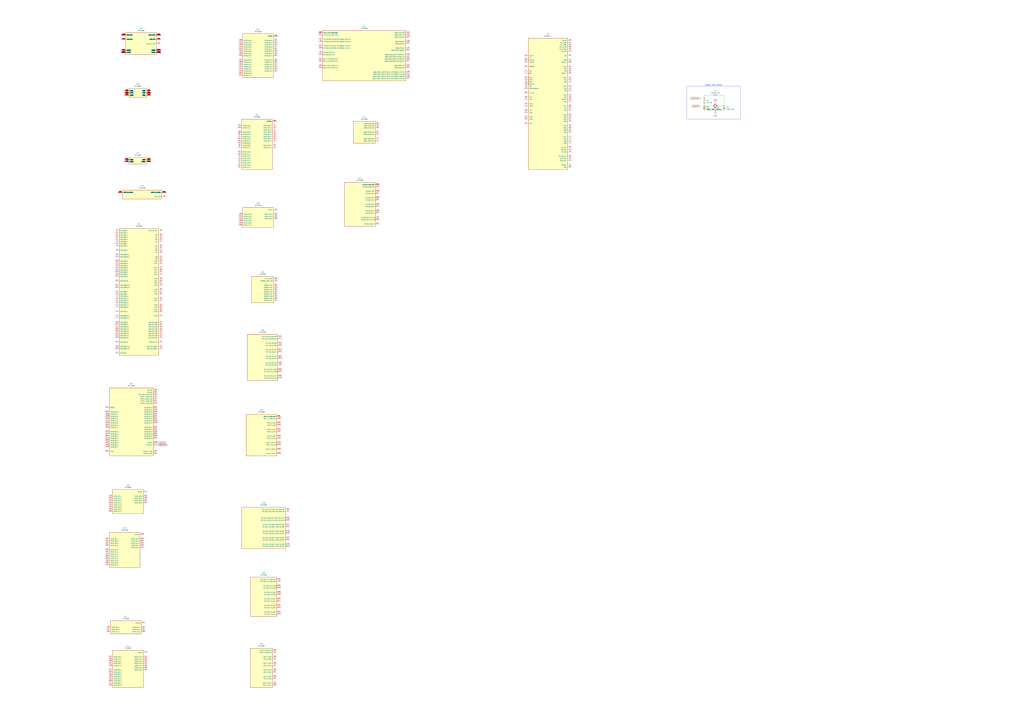
<source format=kicad_sch>
(kicad_sch (version 20250114) (generator "eeschema") (generator_version "9.0")
  (paper "A0")
  (lib_symbols
    (symbol "Device:C_Small" (pin_numbers (hide yes)) (pin_names (offset 0.254) (hide yes))
      (property "Reference" "C" (at 0.254 1.778 0))
      (property "Value" "C_Small" (at 0.254 -2.032 0))
      (symbol "C_Small_1_1"
        (pin passive line (at 0 2.54 270) (length 2.032) (name "~") (number "1"))
        (pin passive line (at 0 -2.54 90) (length 2.032) (name "~") (number "2"))
      )
    )
    (symbol "Device:Crystal_GND23_Small" (pin_names (offset 1.016) (hide yes))
      (property "Reference" "Y" (at 1.27 4.445 0))
      (property "Value" "Crystal_GND23_Small" (at 1.27 2.54 0))
      (symbol "Crystal_GND23_Small_1_1"
        (pin passive line (at -2.54 0 0) (length 1.27) (name "1") (number "1"))
        (pin passive line (at 0 2.54 270) (length 0.635) (name "3") (number "3"))
        (pin passive line (at 0 -2.54 90) (length 0.635) (name "2") (number "2"))
        (pin passive line (at 2.54 0 180) (length 1.27) (name "4") (number "4"))
      )
    )
    (symbol "Device:R_Small" (pin_numbers (hide yes)) (pin_names (offset 0.254) (hide yes))
      (property "Reference" "R" (at 0 0 90))
      (property "Value" "R_Small" (at 1.778 0 90))
      (symbol "R_Small_1_1"
        (pin passive line (at 0 2.54 270) (length 0.762) (name "~") (number "1"))
        (pin passive line (at 0 -2.54 90) (length 0.762) (name "~") (number "2"))
      )
    )
    (symbol "RK3568:RK3568" (pin_names (offset 1.016))
      (property "Reference" "U" (at -17.78 13.462 0))
      (property "Value" "RK3568" (at -17.78 -15.24 0))
      (symbol "RK3568_1_0"
        (pin power_in line (at -22.86 10.16 0) (length 5.08) (name "VDD_CPU") (number "J15"))
        (pin power_in line (at -22.86 10.16 0) (length 5.08) (name "VDD_CPU") (number "K15"))
        (pin power_in line (at -22.86 10.16 0) (length 5.08) (name "VDD_CPU") (number "K16"))
        (pin power_in line (at -22.86 10.16 0) (length 5.08) (name "VDD_CPU") (number "K17"))
        (pin power_in line (at -22.86 10.16 0) (length 5.08) (name "VDD_CPU") (number "K18"))
        (pin power_in line (at -22.86 10.16 0) (length 5.08) (name "VDD_CPU") (number "L15"))
        (pin power_in line (at -22.86 10.16 0) (length 5.08) (name "VDD_CPU") (number "L16"))
        (pin power_in line (at -22.86 10.16 0) (length 5.08) (name "VDD_CPU") (number "L17"))
        (pin power_in line (at -22.86 10.16 0) (length 5.08) (name "VDD_CPU") (number "L18"))
        (pin power_in line (at -22.86 10.16 0) (length 5.08) (name "VDD_CPU") (number "M17"))
        (pin power_in line (at -22.86 5.08 0) (length 5.08) (name "VDD_GPU") (number "R13"))
        (pin power_in line (at -22.86 5.08 0) (length 5.08) (name "VDD_GPU") (number "T13"))
        (pin power_in line (at -22.86 5.08 0) (length 5.08) (name "VDD_GPU") (number "U11"))
        (pin power_in line (at -22.86 5.08 0) (length 5.08) (name "VDD_GPU") (number "U12"))
        (pin power_in line (at -22.86 5.08 0) (length 5.08) (name "VDD_GPU") (number "U13"))
        (pin power_in line (at -22.86 -7.62 0) (length 5.08) (name "AVSS1") (number "J27"))
        (pin power_in line (at -22.86 -7.62 0) (length 5.08) (name "AVSS1") (number "L24"))
        (pin power_in line (at -22.86 -7.62 0) (length 5.08) (name "AVSS1") (number "L26"))
        (pin power_in line (at -22.86 -7.62 0) (length 5.08) (name "AVSS1") (number "M21"))
        (pin power_in line (at -22.86 -7.62 0) (length 5.08) (name "AVSS1") (number "M26"))
        (pin power_in line (at -22.86 -7.62 0) (length 5.08) (name "AVSS1") (number "N28"))
        (pin power_in line (at -22.86 -7.62 0) (length 5.08) (name "AVSS1") (number "P21"))
        (pin power_in line (at -22.86 -7.62 0) (length 5.08) (name "AVSS1") (number "P26"))
        (pin power_in line (at -22.86 -7.62 0) (length 5.08) (name "AVSS1") (number "R23"))
        (pin power_in line (at -22.86 -7.62 0) (length 5.08) (name "AVSS1") (number "R26"))
        (pin power_in line (at -22.86 -7.62 0) (length 5.08) (name "AVSS1") (number "U23"))
        (pin power_in line (at -22.86 -7.62 0) (length 5.08) (name "AVSS1") (number "U26"))
        (pin power_in line (at -22.86 -7.62 0) (length 5.08) (name "AVSS1") (number "V14"))
        (pin power_in line (at -22.86 -7.62 0) (length 5.08) (name "AVSS1") (number "V15"))
        (pin power_in line (at -22.86 -7.62 0) (length 5.08) (name "AVSS1") (number "V16"))
        (pin power_in line (at -22.86 -10.16 0) (length 5.08) (name "AVSS2") (number "AA12"))
        (pin power_in line (at -22.86 -10.16 0) (length 5.08) (name "AVSS2") (number "AA14"))
        (pin power_in line (at -22.86 -10.16 0) (length 5.08) (name "AVSS2") (number "AA15"))
        (pin power_in line (at -22.86 -10.16 0) (length 5.08) (name "AVSS2") (number "AA17"))
        (pin power_in line (at -22.86 -10.16 0) (length 5.08) (name "AVSS2") (number "AA24"))
        (pin power_in line (at -22.86 -10.16 0) (length 5.08) (name "AVSS2") (number "AA26"))
        (pin power_in line (at -22.86 -10.16 0) (length 5.08) (name "AVSS2") (number "AB11"))
        (pin power_in line (at -22.86 -10.16 0) (length 5.08) (name "AVSS2") (number "V22"))
        (pin power_in line (at -22.86 -10.16 0) (length 5.08) (name "AVSS2") (number "V23"))
        (pin power_in line (at -22.86 -10.16 0) (length 5.08) (name "AVSS2") (number "V26"))
        (pin power_in line (at -22.86 -10.16 0) (length 5.08) (name "AVSS2") (number "W17"))
        (pin power_in line (at -22.86 -10.16 0) (length 5.08) (name "AVSS2") (number "Y18"))
        (pin power_in line (at -22.86 -10.16 0) (length 5.08) (name "AVSS2") (number "Y23"))
        (pin power_in line (at -22.86 -10.16 0) (length 5.08) (name "AVSS2") (number "Y24"))
        (pin power_in line (at -22.86 -10.16 0) (length 5.08) (name "AVSS2") (number "Y26"))
        (pin power_in line (at 22.86 10.16 180) (length 5.08) (name "VDD_LOGIC") (number "L12"))
        (pin power_in line (at 22.86 10.16 180) (length 5.08) (name "VDD_LOGIC") (number "M12"))
        (pin power_in line (at 22.86 10.16 180) (length 5.08) (name "VDD_LOGIC") (number "N13"))
        (pin power_in line (at 22.86 10.16 180) (length 5.08) (name "VDD_LOGIC") (number "N16"))
        (pin power_in line (at 22.86 10.16 180) (length 5.08) (name "VDD_LOGIC") (number "P13"))
        (pin power_in line (at 22.86 10.16 180) (length 5.08) (name "VDD_LOGIC") (number "P16"))
        (pin power_in line (at 22.86 10.16 180) (length 5.08) (name "VDD_LOGIC") (number "R12"))
        (pin power_in line (at 22.86 10.16 180) (length 5.08) (name "VDD_LOGIC") (number "R16"))
        (pin power_in line (at 22.86 10.16 180) (length 5.08) (name "VDD_LOGIC") (number "T12"))
        (pin power_in line (at 22.86 10.16 180) (length 5.08) (name "VDD_LOGIC") (number "T16"))
        (pin power_in line (at 22.86 5.08 180) (length 5.08) (name "VDD_NPU") (number "M19"))
        (pin power_in line (at 22.86 5.08 180) (length 5.08) (name "VDD_NPU") (number "N19"))
        (pin power_in line (at 22.86 5.08 180) (length 5.08) (name "VDD_NPU") (number "P18"))
        (pin power_in line (at 22.86 5.08 180) (length 5.08) (name "VDD_NPU") (number "P19"))
        (pin power_in line (at 22.86 5.08 180) (length 5.08) (name "VDD_NPU") (number "P20"))
        (pin power_in line (at 22.86 0 180) (length 5.08) (name "VDD_CPU_COM") (number "M15"))
        (pin power_in line (at 22.86 -7.62 180) (length 5.08) (name "AVSS3") (number "AB12"))
        (pin power_in line (at 22.86 -7.62 180) (length 5.08) (name "AVSS3") (number "AB14"))
        (pin power_in line (at 22.86 -7.62 180) (length 5.08) (name "AVSS3") (number "AB15"))
        (pin power_in line (at 22.86 -7.62 180) (length 5.08) (name "AVSS3") (number "AB17"))
        (pin power_in line (at 22.86 -7.62 180) (length 5.08) (name "AVSS3") (number "AC11"))
        (pin power_in line (at 22.86 -7.62 180) (length 5.08) (name "AVSS3") (number "AC12"))
        (pin power_in line (at 22.86 -7.62 180) (length 5.08) (name "AVSS3") (number "AC15"))
        (pin power_in line (at 22.86 -7.62 180) (length 5.08) (name "AVSS3") (number "AC18"))
        (pin power_in line (at 22.86 -7.62 180) (length 5.08) (name "AVSS3") (number "AC25"))
        (pin power_in line (at 22.86 -7.62 180) (length 5.08) (name "AVSS3") (number "AC26"))
        (pin power_in line (at 22.86 -7.62 180) (length 5.08) (name "AVSS3") (number "AC9"))
        (pin power_in line (at 22.86 -7.62 180) (length 5.08) (name "AVSS3") (number "AD26"))
        (pin power_in line (at 22.86 -7.62 180) (length 5.08) (name "AVSS3") (number "AE14"))
        (pin power_in line (at 22.86 -7.62 180) (length 5.08) (name "AVSS3") (number "AE17"))
        (pin power_in line (at 22.86 -7.62 180) (length 5.08) (name "AVSS3") (number "AE20"))
        (pin power_in line (at 22.86 -10.16 180) (length 5.08) (name "AVSS4") (number "AE27"))
        (pin power_in line (at 22.86 -10.16 180) (length 5.08) (name "AVSS4") (number "AE28"))
        (pin power_in line (at 22.86 -10.16 180) (length 5.08) (name "AVSS4") (number "AF11"))
        (pin power_in line (at 22.86 -10.16 180) (length 5.08) (name "AVSS4") (number "AF12"))
        (pin power_in line (at 22.86 -10.16 180) (length 5.08) (name "AVSS4") (number "AF14"))
        (pin power_in line (at 22.86 -10.16 180) (length 5.08) (name "AVSS4") (number "AF15"))
        (pin power_in line (at 22.86 -10.16 180) (length 5.08) (name "AVSS4") (number "AF17"))
        (pin power_in line (at 22.86 -10.16 180) (length 5.08) (name "AVSS4") (number "AF18"))
        (pin power_in line (at 22.86 -10.16 180) (length 5.08) (name "AVSS4") (number "AF20"))
        (pin power_in line (at 22.86 -10.16 180) (length 5.08) (name "AVSS4") (number "AF21"))
        (pin power_in line (at 22.86 -10.16 180) (length 5.08) (name "AVSS4") (number "AF9"))
        (pin power_in line (at 22.86 -10.16 180) (length 5.08) (name "AVSS4") (number "AG18"))
        (pin power_in line (at 22.86 -10.16 180) (length 5.08) (name "AVSS4") (number "AH18"))
        (pin power_in line (at 22.86 -10.16 180) (length 5.08) (name "AVSS4") (number "AH23"))
      )
      (symbol "RK3568_2_0"
        (pin power_in line (at -15.24 2.54 0) (length 5.08) (name "VSS1") (number "A1"))
        (pin power_in line (at -15.24 2.54 0) (length 5.08) (name "VSS1") (number "A10"))
        (pin power_in line (at -15.24 2.54 0) (length 5.08) (name "VSS1") (number "A14"))
        (pin power_in line (at -15.24 2.54 0) (length 5.08) (name "VSS1") (number "A18"))
        (pin power_in line (at -15.24 2.54 0) (length 5.08) (name "VSS1") (number "A28"))
        (pin power_in line (at -15.24 2.54 0) (length 5.08) (name "VSS1") (number "A3"))
        (pin power_in line (at -15.24 2.54 0) (length 5.08) (name "VSS1") (number "A6"))
        (pin power_in line (at -15.24 2.54 0) (length 5.08) (name "VSS1") (number "B12"))
        (pin power_in line (at -15.24 2.54 0) (length 5.08) (name "VSS1") (number "B16"))
        (pin power_in line (at -15.24 2.54 0) (length 5.08) (name "VSS1") (number "B23"))
        (pin power_in line (at -15.24 2.54 0) (length 5.08) (name "VSS1") (number "B26"))
        (pin power_in line (at -15.24 2.54 0) (length 5.08) (name "VSS1") (number "B5"))
        (pin power_in line (at -15.24 2.54 0) (length 5.08) (name "VSS1") (number "B9"))
        (pin power_in line (at -15.24 2.54 0) (length 5.08) (name "VSS1") (number "C3"))
        (pin power_in line (at -15.24 2.54 0) (length 5.08) (name "VSS1") (number "C6"))
        (pin power_in line (at -15.24 0 0) (length 5.08) (name "VSS2") (number "C11"))
        (pin power_in line (at -15.24 0 0) (length 5.08) (name "VSS2") (number "C12"))
        (pin power_in line (at -15.24 0 0) (length 5.08) (name "VSS2") (number "C14"))
        (pin power_in line (at -15.24 0 0) (length 5.08) (name "VSS2") (number "C15"))
        (pin power_in line (at -15.24 0 0) (length 5.08) (name "VSS2") (number "C17"))
        (pin power_in line (at -15.24 0 0) (length 5.08) (name "VSS2") (number "C18"))
        (pin power_in line (at -15.24 0 0) (length 5.08) (name "VSS2") (number "C25"))
        (pin power_in line (at -15.24 0 0) (length 5.08) (name "VSS2") (number "C8"))
        (pin power_in line (at -15.24 0 0) (length 5.08) (name "VSS2") (number "C9"))
        (pin power_in line (at -15.24 0 0) (length 5.08) (name "VSS2") (number "D11"))
        (pin power_in line (at -15.24 0 0) (length 5.08) (name "VSS2") (number "D2"))
        (pin power_in line (at -15.24 0 0) (length 5.08) (name "VSS2") (number "D28"))
        (pin power_in line (at -15.24 0 0) (length 5.08) (name "VSS2") (number "D3"))
        (pin power_in line (at -15.24 0 0) (length 5.08) (name "VSS2") (number "E3"))
        (pin power_in line (at -15.24 0 0) (length 5.08) (name "VSS2") (number "E7"))
        (pin power_in line (at -15.24 -2.54 0) (length 5.08) (name "VSS3") (number "F1"))
        (pin power_in line (at -15.24 -2.54 0) (length 5.08) (name "VSS3") (number "F12"))
        (pin power_in line (at -15.24 -2.54 0) (length 5.08) (name "VSS3") (number "F14"))
        (pin power_in line (at -15.24 -2.54 0) (length 5.08) (name "VSS3") (number "F15"))
        (pin power_in line (at -15.24 -2.54 0) (length 5.08) (name "VSS3") (number "F17"))
        (pin power_in line (at -15.24 -2.54 0) (length 5.08) (name "VSS3") (number "F3"))
        (pin power_in line (at -15.24 -2.54 0) (length 5.08) (name "VSS3") (number "F9"))
        (pin power_in line (at -15.24 -2.54 0) (length 5.08) (name "VSS3") (number "G11"))
        (pin power_in line (at -15.24 -2.54 0) (length 5.08) (name "VSS3") (number "G12"))
        (pin power_in line (at -15.24 -2.54 0) (length 5.08) (name "VSS3") (number "G14"))
        (pin power_in line (at -15.24 -2.54 0) (length 5.08) (name "VSS3") (number "G15"))
        (pin power_in line (at -15.24 -2.54 0) (length 5.08) (name "VSS3") (number "G5"))
        (pin power_in line (at -15.24 -2.54 0) (length 5.08) (name "VSS3") (number "G6"))
        (pin power_in line (at -15.24 -2.54 0) (length 5.08) (name "VSS3") (number "G8"))
        (pin power_in line (at -15.24 -2.54 0) (length 5.08) (name "VSS3") (number "G9"))
        (pin power_in line (at 15.24 2.54 180) (length 5.08) (name "VSS4") (number "G17"))
        (pin power_in line (at 15.24 2.54 180) (length 5.08) (name "VSS4") (number "G18"))
        (pin power_in line (at 15.24 2.54 180) (length 5.08) (name "VSS4") (number "G24"))
        (pin power_in line (at 15.24 2.54 180) (length 5.08) (name "VSS4") (number "H2"))
        (pin power_in line (at 15.24 2.54 180) (length 5.08) (name "VSS4") (number "H3"))
        (pin power_in line (at 15.24 2.54 180) (length 5.08) (name "VSS4") (number "H6"))
        (pin power_in line (at 15.24 2.54 180) (length 5.08) (name "VSS4") (number "J17"))
        (pin power_in line (at 15.24 2.54 180) (length 5.08) (name "VSS4") (number "J18"))
        (pin power_in line (at 15.24 2.54 180) (length 5.08) (name "VSS4") (number "J20"))
        (pin power_in line (at 15.24 2.54 180) (length 5.08) (name "VSS4") (number "J22"))
        (pin power_in line (at 15.24 2.54 180) (length 5.08) (name "VSS4") (number "J26"))
        (pin power_in line (at 15.24 2.54 180) (length 5.08) (name "VSS4") (number "J3"))
        (pin power_in line (at 15.24 2.54 180) (length 5.08) (name "VSS4") (number "J5"))
        (pin power_in line (at 15.24 2.54 180) (length 5.08) (name "VSS4") (number "K1"))
        (pin power_in line (at 15.24 2.54 180) (length 5.08) (name "VSS4") (number "K11"))
        (pin power_in line (at 15.24 0 180) (length 5.08) (name "VSS5") (number "K12"))
        (pin power_in line (at 15.24 0 180) (length 5.08) (name "VSS5") (number "K13"))
        (pin power_in line (at 15.24 0 180) (length 5.08) (name "VSS5") (number "K14"))
        (pin power_in line (at 15.24 0 180) (length 5.08) (name "VSS5") (number "K19"))
        (pin power_in line (at 15.24 0 180) (length 5.08) (name "VSS5") (number "L11"))
        (pin power_in line (at 15.24 0 180) (length 5.08) (name "VSS5") (number "L13"))
        (pin power_in line (at 15.24 0 180) (length 5.08) (name "VSS5") (number "L14"))
        (pin power_in line (at 15.24 0 180) (length 5.08) (name "VSS5") (number "L19"))
        (pin power_in line (at 15.24 0 180) (length 5.08) (name "VSS5") (number "L20"))
        (pin power_in line (at 15.24 0 180) (length 5.08) (name "VSS5") (number "L21"))
        (pin power_in line (at 15.24 0 180) (length 5.08) (name "VSS5") (number "L3"))
        (pin power_in line (at 15.24 0 180) (length 5.08) (name "VSS5") (number "L5"))
        (pin power_in line (at 15.24 0 180) (length 5.08) (name "VSS5") (number "L8"))
        (pin power_in line (at 15.24 0 180) (length 5.08) (name "VSS5") (number "M2"))
        (pin power_in line (at 15.24 0 180) (length 5.08) (name "VSS5") (number "M3"))
        (pin power_in line (at 15.24 -2.54 180) (length 5.08) (name "VSS6") (number "M11"))
        (pin power_in line (at 15.24 -2.54 180) (length 5.08) (name "VSS6") (number "M13"))
        (pin power_in line (at 15.24 -2.54 180) (length 5.08) (name "VSS6") (number "M14"))
        (pin power_in line (at 15.24 -2.54 180) (length 5.08) (name "VSS6") (number "M16"))
        (pin power_in line (at 15.24 -2.54 180) (length 5.08) (name "VSS6") (number "M18"))
        (pin power_in line (at 15.24 -2.54 180) (length 5.08) (name "VSS6") (number "M6"))
        (pin power_in line (at 15.24 -2.54 180) (length 5.08) (name "VSS6") (number "M8"))
        (pin power_in line (at 15.24 -2.54 180) (length 5.08) (name "VSS6") (number "N1"))
        (pin power_in line (at 15.24 -2.54 180) (length 5.08) (name "VSS6") (number "N12"))
        (pin power_in line (at 15.24 -2.54 180) (length 5.08) (name "VSS6") (number "N14"))
        (pin power_in line (at 15.24 -2.54 180) (length 5.08) (name "VSS6") (number "N15"))
        (pin power_in line (at 15.24 -2.54 180) (length 5.08) (name "VSS6") (number "N17"))
        (pin power_in line (at 15.24 -2.54 180) (length 5.08) (name "VSS6") (number "N18"))
        (pin power_in line (at 15.24 -2.54 180) (length 5.08) (name "VSS6") (number "P3"))
        (pin power_in line (at 15.24 -2.54 180) (length 5.08) (name "VSS6") (number "P6"))
      )
      (symbol "RK3568_3_0"
        (pin power_in line (at -15.24 0 0) (length 5.08) (name "VSS7") (number "P12"))
        (pin power_in line (at -15.24 0 0) (length 5.08) (name "VSS7") (number "P14"))
        (pin power_in line (at -15.24 0 0) (length 5.08) (name "VSS7") (number "P15"))
        (pin power_in line (at -15.24 0 0) (length 5.08) (name "VSS7") (number "P17"))
        (pin power_in line (at -15.24 0 0) (length 5.08) (name "VSS7") (number "R10"))
        (pin power_in line (at -15.24 0 0) (length 5.08) (name "VSS7") (number "R11"))
        (pin power_in line (at -15.24 0 0) (length 5.08) (name "VSS7") (number "R14"))
        (pin power_in line (at -15.24 0 0) (length 5.08) (name "VSS7") (number "R15"))
        (pin power_in line (at -15.24 0 0) (length 5.08) (name "VSS7") (number "R17"))
        (pin power_in line (at -15.24 0 0) (length 5.08) (name "VSS7") (number "R18"))
        (pin power_in line (at -15.24 0 0) (length 5.08) (name "VSS7") (number "R19"))
        (pin power_in line (at -15.24 0 0) (length 5.08) (name "VSS7") (number "R3"))
        (pin power_in line (at -15.24 0 0) (length 5.08) (name "VSS7") (number "R6"))
        (pin power_in line (at -15.24 0 0) (length 5.08) (name "VSS7") (number "T10"))
        (pin power_in line (at -15.24 0 0) (length 5.08) (name "VSS7") (number "T11"))
        (pin power_in line (at -15.24 -2.54 0) (length 5.08) (name "VSS8") (number "T14"))
        (pin power_in line (at -15.24 -2.54 0) (length 5.08) (name "VSS8") (number "T15"))
        (pin power_in line (at -15.24 -2.54 0) (length 5.08) (name "VSS8") (number "T17"))
        (pin power_in line (at -15.24 -2.54 0) (length 5.08) (name "VSS8") (number "T18"))
        (pin power_in line (at -15.24 -2.54 0) (length 5.08) (name "VSS8") (number "T19"))
        (pin power_in line (at -15.24 -2.54 0) (length 5.08) (name "VSS8") (number "U1"))
        (pin power_in line (at -15.24 -2.54 0) (length 5.08) (name "VSS8") (number "U10"))
        (pin power_in line (at -15.24 -2.54 0) (length 5.08) (name "VSS8") (number "U14"))
        (pin power_in line (at -15.24 -2.54 0) (length 5.08) (name "VSS8") (number "U15"))
        (pin power_in line (at -15.24 -2.54 0) (length 5.08) (name "VSS8") (number "U16"))
        (pin power_in line (at -15.24 -2.54 0) (length 5.08) (name "VSS8") (number "U17"))
        (pin power_in line (at -15.24 -2.54 0) (length 5.08) (name "VSS8") (number "U18"))
        (pin power_in line (at -15.24 -2.54 0) (length 5.08) (name "VSS8") (number "U6"))
        (pin power_in line (at -15.24 -2.54 0) (length 5.08) (name "VSS8") (number "U7"))
        (pin power_in line (at -15.24 -2.54 0) (length 5.08) (name "VSS8") (number "U8"))
        (pin power_in line (at 15.24 0 180) (length 5.08) (name "VSS9") (number "AA23"))
        (pin power_in line (at 15.24 0 180) (length 5.08) (name "VSS9") (number "AA4"))
        (pin power_in line (at 15.24 0 180) (length 5.08) (name "VSS9") (number "AA9"))
        (pin power_in line (at 15.24 0 180) (length 5.08) (name "VSS9") (number "V13"))
        (pin power_in line (at 15.24 0 180) (length 5.08) (name "VSS9") (number "V3"))
        (pin power_in line (at 15.24 0 180) (length 5.08) (name "VSS9") (number "V8"))
        (pin power_in line (at 15.24 0 180) (length 5.08) (name "VSS9") (number "V9"))
        (pin power_in line (at 15.24 0 180) (length 5.08) (name "VSS9") (number "W10"))
        (pin power_in line (at 15.24 0 180) (length 5.08) (name "VSS9") (number "W11"))
        (pin power_in line (at 15.24 0 180) (length 5.08) (name "VSS9") (number "W12"))
        (pin power_in line (at 15.24 0 180) (length 5.08) (name "VSS9") (number "W13"))
        (pin power_in line (at 15.24 0 180) (length 5.08) (name "VSS9") (number "Y11"))
        (pin power_in line (at 15.24 0 180) (length 5.08) (name "VSS9") (number "Y12"))
        (pin power_in line (at 15.24 0 180) (length 5.08) (name "VSS9") (number "Y8"))
        (pin power_in line (at 15.24 0 180) (length 5.08) (name "VSS9") (number "Y9"))
        (pin power_in line (at 15.24 -2.54 180) (length 5.08) (name "VSS10") (number "AB2"))
        (pin power_in line (at 15.24 -2.54 180) (length 5.08) (name "VSS10") (number "AB6"))
        (pin power_in line (at 15.24 -2.54 180) (length 5.08) (name "VSS10") (number "AD3"))
        (pin power_in line (at 15.24 -2.54 180) (length 5.08) (name "VSS10") (number "AE21"))
        (pin power_in line (at 15.24 -2.54 180) (length 5.08) (name "VSS10") (number "AE6"))
        (pin power_in line (at 15.24 -2.54 180) (length 5.08) (name "VSS10") (number "AF26"))
        (pin power_in line (at 15.24 -2.54 180) (length 5.08) (name "VSS10") (number "AF3"))
        (pin power_in line (at 15.24 -2.54 180) (length 5.08) (name "VSS10") (number "AG5"))
        (pin power_in line (at 15.24 -2.54 180) (length 5.08) (name "VSS10") (number "AH1"))
        (pin power_in line (at 15.24 -2.54 180) (length 5.08) (name "VSS10") (number "AH28"))
        (pin power_in line (at 15.24 -2.54 180) (length 5.08) (name "VSS10") (number "AH8"))
      )
      (symbol "RK3568_4_0"
        (pin power_in line (at -27.94 2.54 0) (length 5.08) (name "DDRPHY_VDDQ") (number "H11"))
        (pin power_in line (at -27.94 2.54 0) (length 5.08) (name "DDRPHY_VDDQ") (number "H12"))
        (pin power_in line (at -27.94 2.54 0) (length 5.08) (name "DDRPHY_VDDQ") (number "H14"))
        (pin power_in line (at -27.94 2.54 0) (length 5.08) (name "DDRPHY_VDDQ") (number "H15"))
        (pin power_in line (at -27.94 2.54 0) (length 5.08) (name "DDRPHY_VDDQ") (number "H9"))
        (pin power_in line (at -27.94 2.54 0) (length 5.08) (name "DDRPHY_VDDQ") (number "J9"))
        (pin power_in line (at -27.94 2.54 0) (length 5.08) (name "DDRPHY_VDDQ") (number "L9"))
        (pin power_in line (at -27.94 2.54 0) (length 5.08) (name "DDRPHY_VDDQ") (number "M9"))
        (pin power_in line (at 27.94 2.54 180) (length 5.08) (name "DDRPHY_VDDQL") (number "J11"))
        (pin power_in line (at 27.94 2.54 180) (length 5.08) (name "DDRPHY_VDDQL") (number "J12"))
        (pin power_in line (at 27.94 2.54 180) (length 5.08) (name "DDRPHY_VDDQL") (number "J14"))
        (pin power_in line (at 27.94 2.54 180) (length 5.08) (name "DDRPHY_VDDQL") (number "K10"))
        (pin power_in line (at 27.94 2.54 180) (length 5.08) (name "DDRPHY_VDDQL") (number "L10"))
        (pin power_in line (at 27.94 2.54 180) (length 5.08) (name "DDRPHY_VDDQL") (number "M10"))
        (pin power_in line (at 27.94 -2.54 180) (length 5.08) (name "DDR_AVSS") (number "J8"))
      )
      (symbol "RK3568_5_0"
        (pin bidirectional line (at -27.94 71.12 0) (length 5.08) (name "DDR_DQ0_A") (number "F2"))
        (pin bidirectional line (at -27.94 68.58 0) (length 5.08) (name "DDR_DQ1_A") (number "E1"))
        (pin bidirectional line (at -27.94 66.04 0) (length 5.08) (name "DDR_DQ2_A") (number "E2"))
        (pin bidirectional line (at -27.94 63.5 0) (length 5.08) (name "DDR_DQ3_A") (number "D1"))
        (pin bidirectional line (at -27.94 60.96 0) (length 5.08) (name "DDR_DQ4_A") (number "J1"))
        (pin bidirectional line (at -27.94 58.42 0) (length 5.08) (name "DDR_DQ5_A") (number "J2"))
        (pin bidirectional line (at -27.94 55.88 0) (length 5.08) (name "DDR_DQ6_A") (number "H1"))
        (pin bidirectional line (at -27.94 53.34 0) (length 5.08) (name "DDR_DQ7_A") (number "H4"))
        (pin bidirectional line (at -27.94 48.26 0) (length 5.08) (name "DDR_DM0_A") (number "H5"))
        (pin bidirectional line (at -27.94 43.18 0) (length 5.08) (name "DDR_DQS0P_A") (number "G1"))
        (pin bidirectional line (at -27.94 40.64 0) (length 5.08) (name "DDR_DQS0N_A") (number "G2"))
        (pin bidirectional line (at -27.94 35.56 0) (length 5.08) (name "DDR_DQ0_B") (number "B10"))
        (pin bidirectional line (at -27.94 33.02 0) (length 5.08) (name "DDR_DQ1_B") (number "A9"))
        (pin bidirectional line (at -27.94 30.48 0) (length 5.08) (name "DDR_DQ2_B") (number "D12"))
        (pin bidirectional line (at -27.94 27.94 0) (length 5.08) (name "DDR_DQ3_B") (number "E12"))
        (pin bidirectional line (at -27.94 25.4 0) (length 5.08) (name "DDR_DQ4_B") (number "A12"))
        (pin bidirectional line (at -27.94 22.86 0) (length 5.08) (name "DDR_DQ5_B") (number "D15"))
        (pin bidirectional line (at -27.94 20.32 0) (length 5.08) (name "DDR_DQ6_B") (number "E15"))
        (pin bidirectional line (at -27.94 17.78 0) (length 5.08) (name "DDR_DQ7_B") (number "E14"))
        (pin bidirectional line (at -27.94 12.7 0) (length 5.08) (name "DDR_DM0_B") (number "D14"))
        (pin bidirectional line (at -27.94 7.62 0) (length 5.08) (name "DDR_DQS0P_B") (number "A11"))
        (pin bidirectional line (at -27.94 5.08 0) (length 5.08) (name "DDR_DQS0N_B") (number "B11"))
        (pin bidirectional line (at -27.94 0 0) (length 5.08) (name "DDR_DQ8_A") (number "M1"))
        (pin bidirectional line (at -27.94 -2.54 0) (length 5.08) (name "DDR_DQ9_A") (number "N2"))
        (pin bidirectional line (at -27.94 -5.08 0) (length 5.08) (name "DDR_DQ10_A") (number "L7"))
        (pin bidirectional line (at -27.94 -7.62 0) (length 5.08) (name "DDR_DQ11_A") (number "L6"))
        (pin bidirectional line (at -27.94 -10.16 0) (length 5.08) (name "DDR_DQ12_A") (number "K2"))
        (pin bidirectional line (at -27.94 -12.7 0) (length 5.08) (name "DDR_DQ13_A") (number "J6"))
        (pin bidirectional line (at -27.94 -15.24 0) (length 5.08) (name "DDR_DQ14_A") (number "J7"))
        (pin bidirectional line (at -27.94 -17.78 0) (length 5.08) (name "DDR_DQ15_A") (number "L4"))
        (pin bidirectional line (at -27.94 -22.86 0) (length 5.08) (name "DDR_DM1_A") (number "J4"))
        (pin bidirectional line (at -27.94 -27.94 0) (length 5.08) (name "DDR_DQS1P_A") (number "L2"))
        (pin bidirectional line (at -27.94 -30.48 0) (length 5.08) (name "DDR_DQS1N_A") (number "L1"))
        (pin bidirectional line (at -27.94 -35.56 0) (length 5.08) (name "DDR_DQ8_B") (number "A16"))
        (pin bidirectional line (at -27.94 -38.1 0) (length 5.08) (name "DDR_DQ9_B") (number "B17"))
        (pin bidirectional line (at -27.94 -40.64 0) (length 5.08) (name "DDR_DQ10_B") (number "A17"))
        (pin bidirectional line (at -27.94 -43.18 0) (length 5.08) (name "DDR_DQ11_B") (number "B18"))
        (pin bidirectional line (at -27.94 -45.72 0) (length 5.08) (name "DDR_DQ12_B") (number "B13"))
        (pin bidirectional line (at -27.94 -48.26 0) (length 5.08) (name "DDR_DQ13_B") (number "A13"))
        (pin bidirectional line (at -27.94 -50.8 0) (length 5.08) (name "DDR_DQ14_B") (number "D17"))
        (pin bidirectional line (at -27.94 -53.34 0) (length 5.08) (name "DDR_DQ15_B") (number "B14"))
        (pin bidirectional line (at -27.94 -58.42 0) (length 5.08) (name "DDR_DM1_B") (number "E17"))
        (pin bidirectional line (at -27.94 -63.5 0) (length 5.08) (name "DDR_DQS1N_B") (number "A15"))
        (pin bidirectional line (at -27.94 -66.04 0) (length 5.08) (name "DDR_DQS1P_B") (number "B15"))
        (pin passive line (at -27.94 -71.12 0) (length 5.08) (name "DDR_RZQ") (number "H7"))
        (pin output line (at 27.94 71.12 180) (length 5.08) (name "DDR_VREFOUT") (number "P8"))
        (pin output line (at 27.94 66.04 180) (length 5.08) (name "AC0") (number "B6"))
        (pin output line (at 27.94 63.5 180) (length 5.08) (name "AC1") (number "F5"))
        (pin output line (at 27.94 60.96 180) (length 5.08) (name "AC2") (number "B1"))
        (pin output line (at 27.94 58.42 180) (length 5.08) (name "AC3") (number "F4"))
        (pin output line (at 27.94 53.34 180) (length 5.08) (name "AC4") (number "D9"))
        (pin output line (at 27.94 50.8 180) (length 5.08) (name "AC5") (number "B7"))
        (pin output line (at 27.94 48.26 180) (length 5.08) (name "AC6") (number "A7"))
        (pin output line (at 27.94 45.72 180) (length 5.08) (name "AC7") (number "A8"))
        (pin output line (at 27.94 40.64 180) (length 5.08) (name "AC8") (number "C1"))
        (pin output line (at 27.94 38.1 180) (length 5.08) (name "AC9") (number "A5"))
        (pin output line (at 27.94 35.56 180) (length 5.08) (name "AC10") (number "D6"))
        (pin output line (at 27.94 33.02 180) (length 5.08) (name "AC11") (number "C2"))
        (pin output line (at 27.94 27.94 180) (length 5.08) (name "AC12") (number "C4"))
        (pin output line (at 27.94 25.4 180) (length 5.08) (name "AC13") (number "B8"))
        (pin output line (at 27.94 22.86 180) (length 5.08) (name "AC14") (number "C5"))
        (pin output line (at 27.94 20.32 180) (length 5.08) (name "AC15") (number "E4"))
        (pin output line (at 27.94 15.24 180) (length 5.08) (name "AC16") (number "D5"))
        (pin output line (at 27.94 12.7 180) (length 5.08) (name "AC17") (number "E6"))
        (pin output line (at 27.94 10.16 180) (length 5.08) (name "AC18") (number "E11"))
        (pin output line (at 27.94 7.62 180) (length 5.08) (name "AC19") (number "E9"))
        (pin output line (at 27.94 2.54 180) (length 5.08) (name "AC20") (number "F8"))
        (pin output line (at 27.94 0 180) (length 5.08) (name "AC21") (number "F7"))
        (pin output line (at 27.94 -2.54 180) (length 5.08) (name "AC22") (number "B3"))
        (pin output line (at 27.94 -7.62 180) (length 5.08) (name "AC23") (number "B4"))
        (pin output line (at 27.94 -10.16 180) (length 5.08) (name "AC24") (number "A4"))
        (pin output line (at 27.94 -15.24 180) (length 5.08) (name "AC25") (number "A2"))
        (pin output line (at 27.94 -17.78 180) (length 5.08) (name "AC26") (number "B2"))
        (pin output line (at 27.94 -20.32 180) (length 5.08) (name "AC27") (number "E8"))
        (pin output line (at 27.94 -22.86 180) (length 5.08) (name "AC28") (number "D8"))
        (pin output line (at 27.94 -27.94 180) (length 5.08) (name "AC29") (number "F11"))
        (pin bidirectional line (at 27.94 -35.56 180) (length 5.08) (name "DDR_ECC_DQ0") (number "P5"))
        (pin bidirectional line (at 27.94 -38.1 180) (length 5.08) (name "DDR_ECC_DQ1") (number "M4"))
        (pin bidirectional line (at 27.94 -40.64 180) (length 5.08) (name "DDR_ECC_DQ2") (number "M5"))
        (pin bidirectional line (at 27.94 -43.18 180) (length 5.08) (name "DDR_ECC_DQ3") (number "R5"))
        (pin bidirectional line (at 27.94 -45.72 180) (length 5.08) (name "DDR_ECC_DQ4") (number "M7"))
        (pin bidirectional line (at 27.94 -48.26 180) (length 5.08) (name "DDR_ECC_DQ5") (number "R7"))
        (pin bidirectional line (at 27.94 -50.8 180) (length 5.08) (name "DDR_ECC_DQ6") (number "P4"))
        (pin bidirectional line (at 27.94 -53.34 180) (length 5.08) (name "DDR_ECC_DQ7") (number "R4"))
        (pin bidirectional line (at 27.94 -58.42 180) (length 5.08) (name "DDR_ECC_DM") (number "P7"))
        (pin bidirectional line (at 27.94 -63.5 180) (length 5.08) (name "DDR_ECC_DQS_P") (number "P2"))
        (pin bidirectional line (at 27.94 -66.04 180) (length 5.08) (name "DDR_ECC_DQS_N") (number "P1"))
      )
      (symbol "RK3568_6_0"
        (pin input line (at -30.48 15.24 0) (length 5.08) (name "~{POR_U}") (number "AH27"))
        (pin bidirectional line (at -30.48 10.16 0) (length 5.08) (name "GPIO0_A0_D") (number "AG27"))
        (pin bidirectional line (at -30.48 7.62 0) (length 5.08) (name "GPIO0_A1_Z") (number "AG26"))
        (pin bidirectional line (at -30.48 5.08 0) (length 5.08) (name "GPIO0_A2_D") (number "AG28"))
        (pin bidirectional line (at -30.48 2.54 0) (length 5.08) (name "GPIO0_A3_U") (number "AA22"))
        (pin bidirectional line (at -30.48 0 0) (length 5.08) (name "GPIO0_A4_U") (number "Y22"))
        (pin bidirectional line (at -30.48 -2.54 0) (length 5.08) (name "GPIO0_A5_D") (number "AF25"))
        (pin bidirectional line (at -30.48 -5.08 0) (length 5.08) (name "GPIO0_A6_D") (number "AE24"))
        (pin bidirectional line (at -30.48 -7.62 0) (length 5.08) (name "GPIO0_A7_U") (number "AG25"))
        (pin bidirectional line (at -30.48 -12.7 0) (length 5.08) (name "GPIO0_B0_U") (number "AD23"))
        (pin bidirectional line (at -30.48 -15.24 0) (length 5.08) (name "GPIO0_B1_U") (number "AF24"))
        (pin bidirectional line (at -30.48 -17.78 0) (length 5.08) (name "GPIO0_B2_U") (number "AB21"))
        (pin bidirectional line (at -30.48 -20.32 0) (length 5.08) (name "GPIO0_B3_U") (number "AG24"))
        (pin bidirectional line (at -30.48 -22.86 0) (length 5.08) (name "GPIO0_B4_U") (number "AB20"))
        (pin bidirectional line (at -30.48 -25.4 0) (length 5.08) (name "GPIO0_B5_U") (number "AC22"))
        (pin bidirectional line (at -30.48 -27.94 0) (length 5.08) (name "GPIO0_B6_U") (number "AA20"))
        (pin bidirectional line (at -30.48 -30.48 0) (length 5.08) (name "GPIO0_B7_D") (number "AH26"))
        (pin input line (at -30.48 -35.56 0) (length 5.08) (name "TVSS") (number "AB24"))
        (pin power_in line (at 30.48 35.56 180) (length 5.08) (name "PMUIO1") (number "Y20"))
        (pin power_in line (at 30.48 33.02 180) (length 5.08) (name "PMUIO2") (number "W19"))
        (pin power_in line (at 30.48 30.48 180) (length 5.08) (name "PMU_VDD_LOGIC_0V9") (number "V19"))
        (pin power_in line (at 30.48 27.94 180) (length 5.08) (name "PMUPLL_AVDD_0V9") (number "V21"))
        (pin power_in line (at 30.48 25.4 180) (length 5.08) (name "PMUPLL_AVDD_1V8") (number "Y21"))
        (pin power_in line (at 30.48 22.86 180) (length 5.08) (name "SYSPLL_AVDD_0V9") (number "P11"))
        (pin power_in line (at 30.48 20.32 180) (length 5.08) (name "SYSPLL_AVDD_1V8") (number "N10"))
        (pin bidirectional line (at 30.48 15.24 180) (length 5.08) (name "GPIO0_C0_D") (number "AD22"))
        (pin bidirectional line (at 30.48 12.7 180) (length 5.08) (name "GPIO0_C1_D") (number "AF23"))
        (pin bidirectional line (at 30.48 10.16 180) (length 5.08) (name "GPIO0_C2_D") (number "AG23"))
        (pin bidirectional line (at 30.48 7.62 180) (length 5.08) (name "GPIO0_C3_D") (number "AE23"))
        (pin bidirectional line (at 30.48 5.08 180) (length 5.08) (name "GPIO0_C4_D") (number "AD21"))
        (pin bidirectional line (at 30.48 2.54 180) (length 5.08) (name "GPIO0_C5_D") (number "AC21"))
        (pin bidirectional line (at 30.48 0 180) (length 5.08) (name "GPIO0_C6_D") (number "AD20"))
        (pin bidirectional line (at 30.48 -2.54 180) (length 5.08) (name "GPIO0_C7_D") (number "AH25"))
        (pin bidirectional line (at 30.48 -7.62 180) (length 5.08) (name "GPIO0_D0_U") (number "AC20"))
        (pin bidirectional line (at 30.48 -10.16 180) (length 5.08) (name "GPIO0_D1_U") (number "AH24"))
        (pin bidirectional line (at 30.48 -12.7 180) (length 5.08) (name "GPIO0_D3_D") (number "AE26"))
        (pin bidirectional line (at 30.48 -15.24 180) (length 5.08) (name "GPIO0_D4_D") (number "AB23"))
        (pin bidirectional line (at 30.48 -17.78 180) (length 5.08) (name "GPIO0_D5_D") (number "AD25"))
        (pin bidirectional line (at 30.48 -20.32 180) (length 5.08) (name "GPIO0_D6_D") (number "AC24"))
        (pin input line (at 30.48 -25.4 180) (length 5.08) (name "XIN24M") (number "AF28"))
        (pin output line (at 30.48 -27.94 180) (length 5.08) (name "XOUT24M") (number "AF27"))
        (pin power_in line (at 30.48 -35.56 180) (length 5.08) (name "PMUPLL_AVSS") (number "V20"))
        (pin power_in line (at 30.48 -38.1 180) (length 5.08) (name "SYSPLL_AVSS") (number "N11"))
      )
      (symbol "RK3568_7_0"
        (pin bidirectional line (at -22.86 7.62 0) (length 5.08) (name "GPIO1_A0_U") (number "D18"))
        (pin bidirectional line (at -22.86 5.08 0) (length 5.08) (name "GPIO1_A1_U") (number "E18"))
        (pin bidirectional line (at -22.86 2.54 0) (length 5.08) (name "GPIO1_A2_D") (number "A19"))
        (pin bidirectional line (at -22.86 0 0) (length 5.08) (name "GPIO1_A3_D") (number "B19"))
        (pin bidirectional line (at -22.86 -2.54 0) (length 5.08) (name "GPIO1_A4_D") (number "F18"))
        (pin bidirectional line (at -22.86 -5.08 0) (length 5.08) (name "GPIO1_A5_D") (number "A20"))
        (pin bidirectional line (at -22.86 -7.62 0) (length 5.08) (name "GPIO1_A6_D") (number "C20"))
        (pin bidirectional line (at -22.86 -10.16 0) (length 5.08) (name "GPIO1_A7_D") (number "B20"))
        (pin power_in line (at 22.86 12.7 180) (length 5.08) (name "VCCIO1") (number "H17"))
        (pin bidirectional line (at 22.86 7.62 180) (length 5.08) (name "GPIO1_B0_D") (number "D20"))
        (pin bidirectional line (at 22.86 5.08 180) (length 5.08) (name "GPIO1_B1_D") (number "E20"))
        (pin bidirectional line (at 22.86 2.54 180) (length 5.08) (name "GPIO1_B2_D") (number "A21"))
        (pin bidirectional line (at 22.86 0 180) (length 5.08) (name "GPIO1_B3_D") (number "B21"))
      )
      (symbol "RK3568_8_0"
        (pin bidirectional line (at -22.86 12.7 0) (length 5.08) (name "GPIO1_B4_U") (number "A24"))
        (pin bidirectional line (at -22.86 10.16 0) (length 5.08) (name "GPIO1_B5_U") (number "C21"))
        (pin bidirectional line (at -22.86 7.62 0) (length 5.08) (name "GPIO1_B6_U") (number "B24"))
        (pin bidirectional line (at -22.86 5.08 0) (length 5.08) (name "GPIO1_B7_U") (number "D21"))
        (pin bidirectional line (at -22.86 0 0) (length 5.08) (name "GPIO1_C0_U") (number "A25"))
        (pin bidirectional line (at -22.86 -2.54 0) (length 5.08) (name "GPIO1_C1_U") (number "E21"))
        (pin bidirectional line (at -22.86 -5.08 0) (length 5.08) (name "GPIO1_C2_U") (number "E22"))
        (pin bidirectional line (at -22.86 -7.62 0) (length 5.08) (name "GPIO1_C3_U") (number "B25"))
        (pin bidirectional line (at -22.86 -10.16 0) (length 5.08) (name "GPIO1_C4_U") (number "B22"))
        (pin bidirectional line (at -22.86 -12.7 0) (length 5.08) (name "GPIO1_C5_D") (number "A23"))
        (pin bidirectional line (at -22.86 -15.24 0) (length 5.08) (name "GPIO1_C6_D") (number "A26"))
        (pin bidirectional line (at -22.86 -17.78 0) (length 5.08) (name "GPIO1_C7_D") (number "F20"))
        (pin power_in line (at 22.86 17.78 180) (length 5.08) (name "VCCIO2") (number "H18"))
        (pin bidirectional line (at 22.86 12.7 180) (length 5.08) (name "GPIO1_D0_D") (number "A22"))
        (pin bidirectional line (at 22.86 10.16 180) (length 5.08) (name "GPIO1_D1_U") (number "C24"))
        (pin bidirectional line (at 22.86 7.62 180) (length 5.08) (name "GPIO1_D2_U") (number "D23"))
        (pin bidirectional line (at 22.86 5.08 180) (length 5.08) (name "GPIO1_D3_U") (number "C23"))
        (pin bidirectional line (at 22.86 2.54 180) (length 5.08) (name "GPIO1_D4_U") (number "A27"))
      )
      (symbol "RK3568_9_0"
        (pin bidirectional line (at -22.86 0 0) (length 5.08) (name "GPIO1_D5_U") (number "J25"))
        (pin bidirectional line (at -22.86 -2.54 0) (length 5.08) (name "GPIO1_D6_U") (number "J24"))
        (pin bidirectional line (at -22.86 -5.08 0) (length 5.08) (name "GPIO1_D7_U") (number "H26"))
        (pin power_in line (at 22.86 5.08 180) (length 5.08) (name "VCCIO3") (number "L22"))
        (pin bidirectional line (at 22.86 0 180) (length 5.08) (name "GPIO2_A0_U") (number "J23"))
        (pin bidirectional line (at 22.86 -2.54 180) (length 5.08) (name "GPIO2_A1_U") (number "H27"))
        (pin bidirectional line (at 22.86 -5.08 180) (length 5.08) (name "GPIO2_A2_D") (number "H28"))
      )
      (symbol "RK3568_10_0"
        (pin bidirectional line (at -22.86 12.7 0) (length 5.08) (name "GPIO2_A3_U") (number "E27"))
        (pin bidirectional line (at -22.86 10.16 0) (length 5.08) (name "GPIO2_A4_U") (number "E28"))
        (pin bidirectional line (at -22.86 7.62 0) (length 5.08) (name "GPIO2_A5_U") (number "B28"))
        (pin bidirectional line (at -22.86 5.08 0) (length 5.08) (name "GPIO2_A6_U") (number "C27"))
        (pin bidirectional line (at -22.86 2.54 0) (length 5.08) (name "GPIO2_A7_U") (number "C28"))
        (pin bidirectional line (at -22.86 -2.54 0) (length 5.08) (name "GPIO2_B0_D") (number "D27"))
        (pin bidirectional line (at -22.86 -5.08 0) (length 5.08) (name "GPIO2_B1_D") (number "D26"))
        (pin bidirectional line (at -22.86 -7.62 0) (length 5.08) (name "GPIO2_B2_U") (number "E25"))
        (pin bidirectional line (at -22.86 -10.16 0) (length 5.08) (name "GPIO2_B3_U") (number "F28"))
        (pin bidirectional line (at -22.86 -12.7 0) (length 5.08) (name "GPIO2_B4_U") (number "G27"))
        (pin bidirectional line (at -22.86 -15.24 0) (length 5.08) (name "GPIO2_B5_U") (number "G28"))
        (pin bidirectional line (at -22.86 -17.78 0) (length 5.08) (name "GPIO2_B6_U") (number "F27"))
        (pin bidirectional line (at -22.86 -20.32 0) (length 5.08) (name "GPIO2_B7_D") (number "H25"))
        (pin power_in line (at 22.86 17.78 180) (length 5.08) (name "VCCIO4") (number "J21"))
        (pin bidirectional line (at 22.86 12.7 180) (length 5.08) (name "GPIO2_C0_D") (number "F24"))
        (pin bidirectional line (at 22.86 10.16 180) (length 5.08) (name "GPIO2_C1_D") (number "G23"))
        (pin bidirectional line (at 22.86 7.62 180) (length 5.08) (name "GPIO2_C2_D") (number "F25"))
        (pin bidirectional line (at 22.86 5.08 180) (length 5.08) (name "GPIO2_C3_D") (number "H24"))
        (pin bidirectional line (at 22.86 2.54 180) (length 5.08) (name "GPIO2_C4_D") (number "H23"))
        (pin bidirectional line (at 22.86 0 180) (length 5.08) (name "GPIO2_C5_D") (number "F26"))
        (pin bidirectional line (at 22.86 -2.54 180) (length 5.08) (name "GPIO2_C6_D") (number "E26"))
      )
      (symbol "RK3568_11_0"
        (pin bidirectional line (at -22.86 17.78 0) (length 5.08) (name "GPIO2_D0_D") (number "AG6"))
        (pin bidirectional line (at -22.86 15.24 0) (length 5.08) (name "GPIO2_D1_D") (number "AD7"))
        (pin bidirectional line (at -22.86 12.7 0) (length 5.08) (name "GPIO2_D2_D") (number "AC8"))
        (pin bidirectional line (at -22.86 10.16 0) (length 5.08) (name "GPIO2_D3_D") (number "AC7"))
        (pin bidirectional line (at -22.86 7.62 0) (length 5.08) (name "GPIO2_D4_D") (number "AF5"))
        (pin bidirectional line (at -22.86 5.08 0) (length 5.08) (name "GPIO2_D5_D") (number "AF6"))
        (pin bidirectional line (at -22.86 2.54 0) (length 5.08) (name "GPIO2_D6_D") (number "AD6"))
        (pin bidirectional line (at -22.86 0 0) (length 5.08) (name "GPIO2_D7_D") (number "AH5"))
        (pin bidirectional line (at -22.86 -5.08 0) (length 5.08) (name "GPIO3_A0_D") (number "AH4"))
        (pin bidirectional line (at -22.86 -7.62 0) (length 5.08) (name "GPIO3_A1_D") (number "AB8"))
        (pin bidirectional line (at -22.86 -10.16 0) (length 5.08) (name "GPIO3_A2_D") (number "AE5"))
        (pin bidirectional line (at -22.86 -12.7 0) (length 5.08) (name "GPIO3_A3_D") (number "AG4"))
        (pin bidirectional line (at -22.86 -15.24 0) (length 5.08) (name "GPIO3_A4_D") (number "AF4"))
        (pin bidirectional line (at -22.86 -17.78 0) (length 5.08) (name "GPIO3_A5_D") (number "AH3"))
        (pin bidirectional line (at -22.86 -20.32 0) (length 5.08) (name "GPIO3_A6_D") (number "AG3"))
        (pin bidirectional line (at -22.86 -22.86 0) (length 5.08) (name "GPIO3_A7_D") (number "AH2"))
        (pin power_in line (at 22.86 22.86 180) (length 5.08) (name "VCCIO5") (number "V10"))
        (pin power_in line (at 22.86 22.86 180) (length 5.08) (name "VCCIO5") (number "V11"))
        (pin bidirectional line (at 22.86 17.78 180) (length 5.08) (name "GPIO3_B0_D") (number "AG2"))
        (pin bidirectional line (at 22.86 15.24 180) (length 5.08) (name "GPIO3_B1_D") (number "AG1"))
        (pin bidirectional line (at 22.86 12.7 180) (length 5.08) (name "GPIO3_B2_D") (number "AF2"))
        (pin bidirectional line (at 22.86 10.16 180) (length 5.08) (name "GPIO3_B3_D") (number "AF1"))
        (pin bidirectional line (at 22.86 7.62 180) (length 5.08) (name "GPIO3_B4_D") (number "AE1"))
        (pin bidirectional line (at 22.86 5.08 180) (length 5.08) (name "GPIO3_B5_D") (number "AE2"))
        (pin bidirectional line (at 22.86 2.54 180) (length 5.08) (name "GPIO3_B6_D") (number "AE3"))
        (pin bidirectional line (at 22.86 0 180) (length 5.08) (name "GPIO3_B7_D") (number "AD4"))
        (pin bidirectional line (at 22.86 -5.08 180) (length 5.08) (name "GPIO3_C0_D") (number "AD2"))
        (pin bidirectional line (at 22.86 -7.62 180) (length 5.08) (name "GPIO3_C1_D") (number "AD1"))
        (pin bidirectional line (at 22.86 -10.16 180) (length 5.08) (name "GPIO3_C2_D") (number "AA7"))
        (pin bidirectional line (at 22.86 -12.7 180) (length 5.08) (name "GPIO3_C3_D") (number "AC4"))
        (pin bidirectional line (at 22.86 -15.24 180) (length 5.08) (name "GPIO3_C4_D") (number "AC3"))
        (pin bidirectional line (at 22.86 -17.78 180) (length 5.08) (name "GPIO3_C5_D") (number "AC2"))
      )
      (symbol "RK3568_12_0"
        (pin bidirectional line (at -22.86 22.86 0) (length 5.08) (name "GPIO3_C6_D") (number "AC5"))
        (pin bidirectional line (at -22.86 20.32 0) (length 5.08) (name "GPIO3_C7_D") (number "AA6"))
        (pin bidirectional line (at -22.86 15.24 0) (length 5.08) (name "GPIO3_D0_D") (number "AB5"))
        (pin bidirectional line (at -22.86 12.7 0) (length 5.08) (name "GPIO3_D1_D") (number "AB1"))
        (pin bidirectional line (at -22.86 10.16 0) (length 5.08) (name "GPIO3_D2_D") (number "Y7"))
        (pin bidirectional line (at -22.86 7.62 0) (length 5.08) (name "GPIO3_D3_D") (number "AC1"))
        (pin bidirectional line (at -22.86 5.08 0) (length 5.08) (name "GPIO3_D4_D") (number "AA1"))
        (pin bidirectional line (at -22.86 2.54 0) (length 5.08) (name "GPIO3_D5_D") (number "AA5"))
        (pin bidirectional line (at -22.86 0 0) (length 5.08) (name "GPIO3_D6_D") (number "Y6"))
        (pin bidirectional line (at -22.86 -2.54 0) (length 5.08) (name "GPIO3_D7_D") (number "Y5"))
        (pin bidirectional line (at -22.86 -7.62 0) (length 5.08) (name "GPIO4_A0_D") (number "AA3"))
        (pin bidirectional line (at -22.86 -10.16 0) (length 5.08) (name "GPIO4_A1_D") (number "AA2"))
        (pin bidirectional line (at -22.86 -12.7 0) (length 5.08) (name "GPIO4_A2_D") (number "Y4"))
        (pin bidirectional line (at -22.86 -15.24 0) (length 5.08) (name "GPIO4_A3_D") (number "Y3"))
        (pin bidirectional line (at -22.86 -17.78 0) (length 5.08) (name "GPIO4_A4_D") (number "Y2"))
        (pin bidirectional line (at -22.86 -20.32 0) (length 5.08) (name "GPIO4_A5_D") (number "Y1"))
        (pin bidirectional line (at -22.86 -22.86 0) (length 5.08) (name "GPIO4_A6_D") (number "W2"))
        (pin bidirectional line (at -22.86 -25.4 0) (length 5.08) (name "GPIO4_A7_D") (number "W1"))
        (pin power_in line (at 22.86 27.94 180) (length 5.08) (name "VCCIO6") (number "R9"))
        (pin power_in line (at 22.86 27.94 180) (length 5.08) (name "VCCIO6") (number "U9"))
        (pin bidirectional line (at 22.86 22.86 180) (length 5.08) (name "GPIO4_B0_D") (number "V7"))
        (pin bidirectional line (at 22.86 20.32 180) (length 5.08) (name "GPIO4_B1_D") (number "V2"))
        (pin bidirectional line (at 22.86 17.78 180) (length 5.08) (name "GPIO4_B2_D") (number "V4"))
        (pin bidirectional line (at 22.86 15.24 180) (length 5.08) (name "GPIO4_B3_D") (number "V1"))
        (pin bidirectional line (at 22.86 12.7 180) (length 5.08) (name "GPIO4_B4_D") (number "V6"))
        (pin bidirectional line (at 22.86 10.16 180) (length 5.08) (name "GPIO4_B5_D") (number "V5"))
        (pin bidirectional line (at 22.86 7.62 180) (length 5.08) (name "GPIO4_B6_D") (number "U5"))
        (pin bidirectional line (at 22.86 5.08 180) (length 5.08) (name "GPIO4_B7_D") (number "U4"))
        (pin bidirectional line (at 22.86 0 180) (length 5.08) (name "GPIO4_C0_D") (number "U3"))
        (pin bidirectional line (at 22.86 -2.54 180) (length 5.08) (name "GPIO4_C1_D") (number "U2"))
      )
      (symbol "RK3568_13_0"
        (pin bidirectional line (at -22.86 5.08 0) (length 5.08) (name "GPIO4_C2_D") (number "AF8"))
        (pin bidirectional line (at -22.86 2.54 0) (length 5.08) (name "GPIO4_C3_D") (number "AA11"))
        (pin bidirectional line (at -22.86 0 0) (length 5.08) (name "GPIO4_C4_D") (number "AH7"))
        (pin bidirectional line (at -22.86 -2.54 0) (length 5.08) (name "GPIO4_C5_D") (number "AD8"))
        (pin bidirectional line (at -22.86 -5.08 0) (length 5.08) (name "GPIO4_C6_D") (number "AE8"))
        (pin bidirectional line (at -22.86 -7.62 0) (length 5.08) (name "GPIO4_C7_U") (number "AG8"))
        (pin power_in line (at 22.86 10.16 180) (length 5.08) (name "VCCIO7") (number "V12"))
        (pin bidirectional line (at 22.86 5.08 180) (length 5.08) (name "GPIO4_D0_U") (number "AG7"))
        (pin bidirectional line (at 22.86 2.54 180) (length 5.08) (name "GPIO4_D1_U") (number "AH6"))
        (pin bidirectional line (at 22.86 0 180) (length 5.08) (name "GPIO4_D2_D") (number "AB9"))
      )
      (symbol "RK3568_14_0"
        (pin power_in line (at 17.78 12.7 180) (length 5.08) (name "OTP_VCC18") (number "H20"))
        (pin power_in line (at 17.78 10.16 180) (length 5.08) (name "SARADC_AVDD_1V8") (number "H22"))
        (pin input line (at 17.78 5.08 180) (length 5.08) (name "SARADC_VIN0") (number "B27"))
        (pin input line (at 17.78 2.54 180) (length 5.08) (name "SARADC_VIN1") (number "C26"))
        (pin input line (at 17.78 0 180) (length 5.08) (name "SARADC_VIN2") (number "D24"))
        (pin input line (at 17.78 -2.54 180) (length 5.08) (name "SARADC_VIN3") (number "E23"))
        (pin input line (at 17.78 -5.08 180) (length 5.08) (name "SARADC_VIN4") (number "G21"))
        (pin input line (at 17.78 -7.62 180) (length 5.08) (name "SARADC_VIN5") (number "F22"))
        (pin input line (at 17.78 -10.16 180) (length 5.08) (name "SARADC_VIN6") (number "G20"))
        (pin input line (at 17.78 -12.7 180) (length 5.08) (name "SARADC_VIN7") (number "F21"))
      )
      (symbol "RK3568_15_0"
        (pin power_in line (at 22.86 22.86 180) (length 5.08) (name "MIPI_CSI_RX_AVDD_0V9") (number "W14"))
        (pin power_in line (at 22.86 20.32 180) (length 5.08) (name "MIPI_CSI_RX_AVDD_1V8") (number "Y14"))
        (pin input line (at 22.86 15.24 180) (length 5.08) (name "MIPI_CSI_RX_D0P") (number "AG12"))
        (pin input line (at 22.86 12.7 180) (length 5.08) (name "MIPI_CSI_RX_D0N") (number "AH12"))
        (pin input line (at 22.86 7.62 180) (length 5.08) (name "MIPI_CSI_RX_D1P") (number "AG11"))
        (pin input line (at 22.86 5.08 180) (length 5.08) (name "MIPI_CSI_RX_D1N") (number "AH11"))
        (pin input line (at 22.86 0 180) (length 5.08) (name "MIPI_CSI_RX_D2P") (number "AE11"))
        (pin input line (at 22.86 -2.54 180) (length 5.08) (name "MIPI_CSI_RX_D2N") (number "AD11"))
        (pin input line (at 22.86 -7.62 180) (length 5.08) (name "MIPI_CSI_RX_D3P") (number "AD9"))
        (pin input line (at 22.86 -10.16 180) (length 5.08) (name "MIPI_CSI_RX_D3N") (number "AE9"))
        (pin input clock (at 22.86 -15.24 180) (length 5.08) (name "MIPI_CSI_RX_CLK0P") (number "AG10"))
        (pin input clock (at 22.86 -17.78 180) (length 5.08) (name "MIPI_CSI_RX_CLK0N") (number "AH10"))
        (pin input clock (at 22.86 -22.86 180) (length 5.08) (name "MIPI_CSI_RX_CLK1P") (number "AG9"))
        (pin input clock (at 22.86 -25.4 180) (length 5.08) (name "MIPI_CSI_RX_CLK1N") (number "AH9"))
      )
      (symbol "RK3568_16_0"
        (pin power_in line (at 22.86 20.32 180) (length 5.08) (name "HDMI_TX_AVDD_0V9") (number "V17"))
        (pin power_in line (at 22.86 20.32 180) (length 5.08) (name "HDMI_TX_AVDD_0V9") (number "V18"))
        (pin power_in line (at 22.86 17.78 180) (length 5.08) (name "HDMI_TX_AVDD_1V8") (number "W18"))
        (pin output line (at 22.86 12.7 180) (length 5.08) (name "HDMI_TX_D0P") (number "AG20"))
        (pin output line (at 22.86 10.16 180) (length 5.08) (name "HDMI_TX_D0N") (number "AH20"))
        (pin output line (at 22.86 5.08 180) (length 5.08) (name "HDMI_TX_D1P") (number "AG21"))
        (pin output line (at 22.86 2.54 180) (length 5.08) (name "HDMI_TX_D1N") (number "AH21"))
        (pin output line (at 22.86 -2.54 180) (length 5.08) (name "HDMI_TX_D2P") (number "AG22"))
        (pin output line (at 22.86 -5.08 180) (length 5.08) (name "HDMI_TX_D2N") (number "AH22"))
        (pin output clock (at 22.86 -10.16 180) (length 5.08) (name "HDMI_TX_CLKP") (number "AH19"))
        (pin output clock (at 22.86 -12.7 180) (length 5.08) (name "HDMI_TX_CLKN") (number "AG19"))
        (pin input line (at 22.86 -17.78 180) (length 5.08) (name "HDMI_TX_HPDIN") (number "AB18"))
        (pin passive line (at 22.86 -22.86 180) (length 5.08) (name "HDMI_TX_REXT") (number "AA18"))
      )
      (symbol "RK3568_17_0"
        (pin input line (at 30.48 20.32 180) (length 5.08) (name "MIPI_DSI_TX0/LVDS_TX0_AVDD_0V9") (number "W16"))
        (pin input line (at 30.48 17.78 180) (length 5.08) (name "MIPI_DSI_TX0/LVDS_TX0_AVDD_1V8") (number "Y17"))
        (pin output clock (at 30.48 10.16 180) (length 5.08) (name "MIPI_DSI_TX0_CLKP/LVDS_TX0_CLKP") (number "AH15"))
        (pin output clock (at 30.48 7.62 180) (length 5.08) (name "MIPI_DSI_TX0_CLKN/LVDS_TX0_CLKN") (number "AG15"))
        (pin output line (at 30.48 2.54 180) (length 5.08) (name "MIPI_DSI_TX0_D0P/LVDS_TX0_D0P") (number "AH17"))
        (pin output line (at 30.48 0 180) (length 5.08) (name "MIPI_DSI_TX0_D0N/LVDS_TX0_D0N") (number "AG17"))
        (pin output line (at 30.48 -5.08 180) (length 5.08) (name "MIPI_DSI_TX0_D1P/LVDS_TX0_D1P") (number "AH16"))
        (pin output line (at 30.48 -7.62 180) (length 5.08) (name "MIPI_DSI_TX0_D1N/LVDS_TX0_D1N") (number "AG16"))
        (pin output line (at 30.48 -12.7 180) (length 5.08) (name "MIPI_DSI_TX0_D2P/LVDS_TX0_D2P") (number "AH14"))
        (pin output line (at 30.48 -15.24 180) (length 5.08) (name "MIPI_DSI_TX0_D2N/LVDS_TX0_D2N") (number "AG14"))
        (pin output line (at 30.48 -20.32 180) (length 5.08) (name "MIPI_DSI_TX0_D3P/LVDS_TX0_D3P") (number "AH13"))
        (pin output line (at 30.48 -22.86 180) (length 5.08) (name "MIPI_DSI_TX0_D3N/LVDS_TX0_D3N") (number "AG13"))
      )
      (symbol "RK3568_18_0"
        (pin power_in line (at 20.32 20.32 180) (length 5.08) (name "MIPI_DSI_TX1_AVDD_0V9") (number "W15"))
        (pin power_in line (at 20.32 17.78 180) (length 5.08) (name "MIPI_DSI_TX1_AVDD_1V8") (number "Y15"))
        (pin output clock (at 20.32 12.7 180) (length 5.08) (name "MIPI_DSI_TX1_CLKP") (number "AD15"))
        (pin output clock (at 20.32 10.16 180) (length 5.08) (name "MIPI_DSI_TX1_CLKN") (number "AE15"))
        (pin output line (at 20.32 5.08 180) (length 5.08) (name "MIPI_DSI_TX1_D0P") (number "AD18"))
        (pin output line (at 20.32 2.54 180) (length 5.08) (name "MIPI_DSI_TX1_D0N") (number "AE18"))
        (pin output line (at 20.32 -2.54 180) (length 5.08) (name "MIPI_DSI_TX1_D1P") (number "AD17"))
        (pin output line (at 20.32 -5.08 180) (length 5.08) (name "MIPI_DSI_TX1_D1N") (number "AC17"))
        (pin output line (at 20.32 -10.16 180) (length 5.08) (name "MIPI_DSI_TX1_D2P") (number "AD14"))
        (pin output line (at 20.32 -12.7 180) (length 5.08) (name "MIPI_DSI_TX1_D2N") (number "AC14"))
        (pin output line (at 20.32 -17.78 180) (length 5.08) (name "MIPI_DSI_TX1_D3P") (number "AD12"))
        (pin output line (at 20.32 -20.32 180) (length 5.08) (name "MIPI_DSI_TX1_D3N") (number "AE12"))
      )
      (symbol "RK3568_19_0"
        (pin power_in line (at 17.78 20.32 180) (length 5.08) (name "EDP_TX_AVDD_0V9") (number "M20"))
        (pin power_in line (at 17.78 17.78 180) (length 5.08) (name "EDP_TX_AVDD_1V8") (number "M22"))
        (pin output line (at 17.78 12.7 180) (length 5.08) (name "EDP_TX_D0P") (number "J28"))
        (pin output line (at 17.78 10.16 180) (length 5.08) (name "EDP_TX_D0N") (number "K27"))
        (pin output line (at 17.78 5.08 180) (length 5.08) (name "EDP_TX_D1P") (number "K28"))
        (pin output line (at 17.78 2.54 180) (length 5.08) (name "EDP_TX_D1N") (number "L27"))
        (pin output line (at 17.78 -2.54 180) (length 5.08) (name "EDP_TX_D2P") (number "L28"))
        (pin output line (at 17.78 -5.08 180) (length 5.08) (name "EDP_TX_D2N") (number "M27"))
        (pin output line (at 17.78 -10.16 180) (length 5.08) (name "EDP_TX_D3P") (number "M28"))
        (pin output line (at 17.78 -12.7 180) (length 5.08) (name "EDP_TX_D3N") (number "N27"))
        (pin bidirectional line (at 17.78 -17.78 180) (length 5.08) (name "EDP_TX_AUXP") (number "L25"))
        (pin bidirectional line (at 17.78 -20.32 180) (length 5.08) (name "EDP_TX_AUXN") (number "M25"))
      )
      (symbol "RK3568_20_0"
        (pin power_in line (at -53.34 27.94 0) (length 5.08) (name "MULTI_PHY_AVDD_0V9") (number "R20"))
        (pin power_in line (at -53.34 27.94 0) (length 5.08) (name "MULTI_PHY_AVDD_0V9") (number "R21"))
        (pin power_in line (at -53.34 25.4 0) (length 5.08) (name "MULTI_PHY_AVDD_1V8") (number "R22"))
        (pin input line (at -53.34 20.32 0) (length 5.08) (name "PCIE20_RXP/SATA2_RXP/QSGMII_RXP_M1") (number "Y27"))
        (pin input line (at -53.34 17.78 0) (length 5.08) (name "PCIE20_RXN/SATA2_RXN/QSGMII_RXN_M1") (number "Y28"))
        (pin output line (at -53.34 12.7 0) (length 5.08) (name "PCIE20_TXP/SATA2_TXP/QSGMII_TXP_M1") (number "W27"))
        (pin output line (at -53.34 10.16 0) (length 5.08) (name "PCIE20_TXN/SATA2_TXN/QSGMII_TXN_M1") (number "W28"))
        (pin bidirectional clock (at -53.34 5.08 0) (length 5.08) (name "PCIE20_REFCLKP") (number "V24"))
        (pin bidirectional clock (at -53.34 2.54 0) (length 5.08) (name "PCIE20_REFCLKN") (number "V25"))
        (pin output clock (at -53.34 -2.54 0) (length 5.08) (name "MULTI_PHY0_REFCLKP") (number "R24"))
        (pin output clock (at -53.34 -5.08 0) (length 5.08) (name "MULTI_PHY0_REFCLKN") (number "R25"))
        (pin output clock (at -53.34 -10.16 0) (length 5.08) (name "MULTI_PHY1_REFCLKP") (number "U25"))
        (pin output clock (at -53.34 -12.7 0) (length 5.08) (name "MULTI_PHY1_REFCLKN") (number "U24"))
        (pin power_in line (at 53.34 27.94 180) (length 5.08) (name "USB3_AVDD_0V9") (number "P22"))
        (pin power_in line (at 53.34 25.4 180) (length 5.08) (name "USB3_AVDD_1V8") (number "P23"))
        (pin power_in line (at 53.34 22.86 180) (length 5.08) (name "USB3_AVDD_3V3") (number "M23"))
        (pin bidirectional line (at 53.34 17.78 180) (length 5.08) (name "USB3_OTG0_DM") (number "P28"))
        (pin bidirectional line (at 53.34 15.24 180) (length 5.08) (name "USB3_OTG0_DP") (number "P27"))
        (pin input line (at 53.34 10.16 180) (length 5.08) (name "USB3_OTG0_ID") (number "L23"))
        (pin input line (at 53.34 7.62 180) (length 5.08) (name "USB3_OTG0_VBUSDET") (number "M24"))
        (pin output line (at 53.34 2.54 180) (length 5.08) (name "USB3_OTG0_SSTXP/SATA0_TXP") (number "T28"))
        (pin output line (at 53.34 0 180) (length 5.08) (name "USB3_OTG0_SSTXN/SATA0_TXN") (number "T27"))
        (pin input line (at 53.34 -2.54 180) (length 5.08) (name "USB3_OTG0_SSRXP/SATA0_RXP") (number "R28"))
        (pin input line (at 53.34 -5.08 180) (length 5.08) (name "USB3_OTG0_SSRXN/SATA0_RXN") (number "R27"))
        (pin bidirectional line (at 53.34 -10.16 180) (length 5.08) (name "USB3_HOST1_DM") (number "P25"))
        (pin bidirectional line (at 53.34 -12.7 180) (length 5.08) (name "USB3_HOST1_DP") (number "P24"))
        (pin output line (at 53.34 -17.78 180) (length 5.08) (name "USB3_HOST1_SSTXP/SATA1_TXP/QSGMII_TXP_M0") (number "V28"))
        (pin output line (at 53.34 -20.32 180) (length 5.08) (name "USB3_HOST1_SSTXN/SATA1_TXN/QSGMII_TXN_M0") (number "V27"))
        (pin input line (at 53.34 -22.86 180) (length 5.08) (name "USB3_HOST1_SSRXP/SATA1_RXP/QSGMII_RXP_M0") (number "U28"))
        (pin input line (at 53.34 -25.4 180) (length 5.08) (name "USB3_HOST1_SSRXN/SATA1_RXN/QSGMII_RXN_M0") (number "U27"))
      )
      (symbol "RK3568_21_0"
        (pin power_in line (at 17.78 10.16 180) (length 5.08) (name "USB2_AVDD_0V9") (number "R8"))
        (pin power_in line (at 17.78 7.62 180) (length 5.08) (name "USB2_AVDD_1V8") (number "P9"))
        (pin power_in line (at 17.78 5.08 180) (length 5.08) (name "USB2_AVDD_3V3") (number "P10"))
        (pin bidirectional line (at 17.78 0 180) (length 5.08) (name "USB2_HOST2_DM") (number "R1"))
        (pin bidirectional line (at 17.78 -2.54 180) (length 5.08) (name "USB2_HOST2_DP") (number "R2"))
        (pin bidirectional line (at 17.78 -7.62 180) (length 5.08) (name "USB2_HOST3_DM") (number "T1"))
        (pin bidirectional line (at 17.78 -10.16 180) (length 5.08) (name "USB2_HOST3_DP") (number "T2"))
      )
      (symbol "RK3568_22_0"
        (pin power_in line (at 22.86 22.86 180) (length 5.08) (name "PCIE30_AVDD_0V9") (number "U20"))
        (pin power_in line (at 22.86 22.86 180) (length 5.08) (name "PCIE30_AVDD_0V9") (number "U21"))
        (pin power_in line (at 22.86 20.32 180) (length 5.08) (name "PCIE30_AVDD_1V8") (number "U22"))
        (pin output line (at 22.86 15.24 180) (length 5.08) (name "PCIE30_TX0P") (number "AA28"))
        (pin output line (at 22.86 12.7 180) (length 5.08) (name "PCIE30_TX0N") (number "AA27"))
        (pin output line (at 22.86 7.62 180) (length 5.08) (name "PCIE30_TX1P") (number "AB28"))
        (pin output line (at 22.86 5.08 180) (length 5.08) (name "PCIE30_TX1N") (number "AB27"))
        (pin input line (at 22.86 0 180) (length 5.08) (name "PCIE30_RX0P") (number "AC28"))
        (pin input line (at 22.86 -2.54 180) (length 5.08) (name "PCIE30_RX0N") (number "AC27"))
        (pin input line (at 22.86 -7.62 180) (length 5.08) (name "PCIE30_RX1P") (number "AD28"))
        (pin input line (at 22.86 -10.16 180) (length 5.08) (name "PCIE30_RX1N") (number "AD27"))
        (pin input clock (at 22.86 -15.24 180) (length 5.08) (name "PCIE30_REFCLKP_IN") (number "Y25"))
        (pin input clock (at 22.86 -17.78 180) (length 5.08) (name "PCIE30_REFCLKN_IN") (number "AA25"))
        (pin passive line (at 22.86 -22.86 180) (length 5.08) (name "PCIE30_RESREF") (number "U19"))
      )
    )
    (symbol "RK809-1:RK809-1" (pin_names (offset 1.016))
      (property "Reference" "U" (at -22.86 76.962 0))
      (property "Value" "RK809-1" (at -22.86 -78.74 0))
      (symbol "RK809-1_0_0"
        (pin input line (at -27.94 55.88 0) (length 5.08) (name "SLEEP") (number "49"))
        (pin output line (at -27.94 53.34 0) (length 5.08) (name "INT") (number "7"))
        (pin output clock (at -27.94 50.8 0) (length 5.08) (name "CLK32K") (number "68"))
        (pin input line (at -27.94 48.26 0) (length 5.08) (name "RESETB") (number "67"))
        (pin input line (at -27.94 43.18 0) (length 5.08) (name "~{PWRON}") (number "52"))
        (pin bidirectional line (at -27.94 38.1 0) (length 5.08) (name "SDA") (number "2"))
        (pin input clock (at -27.94 35.56 0) (length 5.08) (name "SCL") (number "1"))
        (pin input clock (at -27.94 30.48 0) (length 5.08) (name "BCLK") (number "15"))
        (pin input clock (at -27.94 27.94 0) (length 5.08) (name "LRCLK") (number "14"))
        (pin input clock (at -27.94 25.4 0) (length 5.08) (name "MCLK") (number "16"))
        (pin output clock (at -27.94 22.86 0) (length 5.08) (name "PDMCLK") (number "19"))
        (pin input line (at -27.94 20.32 0) (length 5.08) (name "SDI") (number "17"))
        (pin output line (at -27.94 17.78 0) (length 5.08) (name "SDO/PDMDATA") (number "18"))
        (pin input line (at -27.94 12.7 0) (length 5.08) (name "EXT_EN") (number "60"))
        (pin input line (at -27.94 7.62 0) (length 5.08) (name "CPN") (number "36"))
        (pin input line (at -27.94 5.08 0) (length 5.08) (name "CPP") (number "37"))
        (pin input line (at -27.94 0 0) (length 5.08) (name "MICIN") (number "42"))
        (pin input line (at -27.94 -2.54 0) (length 5.08) (name "MICIP") (number "43"))
        (pin input line (at -27.94 -7.62 0) (length 5.08) (name "XIN") (number "50"))
        (pin output line (at -27.94 -10.16 0) (length 5.08) (name "XOUT") (number "51"))
        (pin input line (at -27.94 -15.24 0) (length 5.08) (name "SNSP") (number "62"))
        (pin input line (at -27.94 -17.78 0) (length 5.08) (name "SNSN") (number "63"))
        (pin input line (at -27.94 -22.86 0) (length 5.08) (name "VREF") (number "46"))
        (pin power_in line (at 27.94 73.66 180) (length 5.08) (name "BATDIV") (number "56"))
        (pin power_in line (at 27.94 71.12 180) (length 5.08) (name "VCC_1P8A") (number "44"))
        (pin power_in line (at 27.94 68.58 180) (length 5.08) (name "VCC_1P8D") (number "48"))
        (pin power_in line (at 27.94 66.04 180) (length 5.08) (name "VCC_CPVDD") (number "38"))
        (pin power_in line (at 27.94 63.5 180) (length 5.08) (name "VCC_CPVSS") (number "35"))
        (pin power_in line (at 27.94 60.96 180) (length 5.08) (name "VCC_RTC") (number "45"))
        (pin output line (at 27.94 55.88 180) (length 5.08) (name "VDC") (number "61"))
        (pin power_in line (at 27.94 50.8 180) (length 5.08) (name "VCC8") (number "57"))
        (pin output line (at 27.94 48.26 180) (length 5.08) (name "SWOUT2") (number "58"))
        (pin power_in line (at 27.94 43.18 180) (length 5.08) (name "VCC9") (number "54"))
        (pin output line (at 27.94 40.64 180) (length 5.08) (name "SW5") (number "53"))
        (pin input line (at 27.94 38.1 180) (length 5.08) (name "FB5") (number "59"))
        (pin output line (at 27.94 35.56 180) (length 5.08) (name "SWOUT1") (number "55"))
        (pin power_in line (at 27.94 30.48 180) (length 5.08) (name "VCC1") (number "11"))
        (pin output line (at 27.94 27.94 180) (length 5.08) (name "SW1") (number "12"))
        (pin input line (at 27.94 25.4 180) (length 5.08) (name "FB1") (number "13"))
        (pin power_in line (at 27.94 20.32 180) (length 5.08) (name "VCC2") (number "10"))
        (pin output line (at 27.94 17.78 180) (length 5.08) (name "SW2") (number "9"))
        (pin input line (at 27.94 15.24 180) (length 5.08) (name "FB2") (number "8"))
        (pin power_in line (at 27.94 10.16 180) (length 5.08) (name "VCC3") (number "24"))
        (pin output line (at 27.94 7.62 180) (length 5.08) (name "SW3") (number "25"))
        (pin output line (at 27.94 5.08 180) (length 5.08) (name "VBUCK3") (number "26"))
        (pin input line (at 27.94 2.54 180) (length 5.08) (name "FB3") (number "27"))
        (pin power_in line (at 27.94 -2.54 180) (length 5.08) (name "VCC4") (number "66"))
        (pin output line (at 27.94 -5.08 180) (length 5.08) (name "SW4") (number "65"))
        (pin input line (at 27.94 -7.62 180) (length 5.08) (name "FB4") (number "64"))
        (pin power_in line (at 27.94 -12.7 180) (length 5.08) (name "VCC5") (number "22"))
        (pin output line (at 27.94 -15.24 180) (length 5.08) (name "LDO1") (number "23"))
        (pin output line (at 27.94 -17.78 180) (length 5.08) (name "LDO2") (number "21"))
        (pin output line (at 27.94 -20.32 180) (length 5.08) (name "LDO3") (number "20"))
        (pin power_in line (at 27.94 -25.4 180) (length 5.08) (name "VCC6") (number "30"))
        (pin output line (at 27.94 -27.94 180) (length 5.08) (name "LDO4") (number "28"))
        (pin output line (at 27.94 -30.48 180) (length 5.08) (name "LDO5") (number "29"))
        (pin output line (at 27.94 -33.02 180) (length 5.08) (name "LDO6") (number "31"))
        (pin power_in line (at 27.94 -38.1 180) (length 5.08) (name "VCC7") (number "4"))
        (pin output line (at 27.94 -40.64 180) (length 5.08) (name "LDO7") (number "3"))
        (pin output line (at 27.94 -43.18 180) (length 5.08) (name "LDO8") (number "5"))
        (pin output line (at 27.94 -45.72 180) (length 5.08) (name "LDO9") (number "6"))
        (pin output line (at 27.94 -50.8 180) (length 5.08) (name "HPL_OUT") (number "39"))
        (pin output line (at 27.94 -53.34 180) (length 5.08) (name "HPR_OUT") (number "41"))
        (pin input line (at 27.94 -55.88 180) (length 5.08) (name "HP_SNS") (number "40"))
        (pin power_in line (at 27.94 -60.96 180) (length 5.08) (name "VCC_SPK_HP") (number "33"))
        (pin output line (at 27.94 -63.5 180) (length 5.08) (name "SPKP_OUT") (number "32"))
        (pin output line (at 27.94 -66.04 180) (length 5.08) (name "SPKN_OUT") (number "34"))
        (pin power_in line (at 27.94 -71.12 180) (length 5.08) (name "GNDREF") (number "47"))
        (pin power_in line (at 27.94 -73.66 180) (length 5.08) (name "GND") (number "69"))
      )
    )
    (symbol "power:GND" (power) (pin_numbers (hide yes)) (pin_names (offset 0) (hide yes))
      (property "Value" "GND" (at 0 -3.81 0))
      (symbol "GND_1_1"
        (pin power_in line (at 0 0 270) (length 0) (name "~") (number "1"))
      )
    )
  )
  (rectangle (start 797.56 100.33) (end 859.79 138.43))
  (text "system clock source " (at 829.056 98.806 0) (effects (font (size 1.27 1.27))))
  (junction (at 817.88 123.19))
  (junction (at 830.58 128.27))
  (junction (at 840.74 123.19))
  (junction (at 817.88 114.3))
  (wire (pts (xy 830.58 128.27) (xy 830.58 125.73)))
  (wire (pts (xy 817.88 120.65) (xy 817.88 123.19)))
  (wire (pts (xy 817.88 114.3) (xy 817.88 110.49)))
  (wire (pts (xy 830.58 128.27) (xy 840.74 128.27)))
  (wire (pts (xy 817.88 123.19) (xy 828.04 123.19)))
  (wire (pts (xy 817.88 110.49) (xy 828.04 110.49)))
  (wire (pts (xy 833.12 123.19) (xy 840.74 123.19)))
  (wire (pts (xy 812.8 114.3) (xy 817.88 114.3)))
  (wire (pts (xy 830.58 129.54) (xy 830.58 128.27)))
  (wire (pts (xy 812.8 123.19) (xy 817.88 123.19)))
  (wire (pts (xy 817.88 128.27) (xy 830.58 128.27)))
  (wire (pts (xy 840.74 123.19) (xy 840.74 110.49)))
  (wire (pts (xy 840.74 110.49) (xy 833.12 110.49)))
  (wire (pts (xy 817.88 115.57) (xy 817.88 114.3)))
  (wire (pts (xy 830.58 119.38) (xy 830.58 120.65)))
  (global_label "XIN24M" (shape input) (at 812.8 123.19 180) (property "Intersheetrefs" "${INTERSHEET_REFS}" (effects (hide yes))))
  (global_label "XOUT24M" (shape input) (at 182.88 516.89 0) (property "Intersheetrefs" "${INTERSHEET_REFS}" (effects (hide yes))))
  (global_label "XIN24M" (shape input) (at 182.88 514.35 0) (property "Intersheetrefs" "${INTERSHEET_REFS}" (effects (hide yes))))
  (global_label "XOUT24M" (shape input) (at 812.8 114.3 180) (property "Intersheetrefs" "${INTERSHEET_REFS}" (effects (hide yes))))
  (symbol (lib_id "RK3568:RK3568") (at 165.1 226.06 0) (unit 4)
    (property "Reference" "U1" (at 165.1 215.9 0))
    (property "Value" "RK3568" (at 165.1 218.44 0))
    (property "Footprint" "RK3568:BGA636C65P28X28_1900X1900X168" (effects (hide yes)))
    (property "MF" "Rockchip" (effects (hide yes)))
    (property "MAXIMUM_PACKAGE_HEIGHT" "1.68mm" (effects (hide yes)))
    (property "Package" "None" (effects (hide yes)))
    (property "Price" "None" (effects (hide yes)))
    (property "Check_prices" "https://www.snapeda.com/parts/RK3568/Fuzhou+Rockchip+Electronics+Co/view-part/?ref=eda" (effects (hide yes)))
    (property "STANDARD" "IPC-7351B" (effects (hide yes)))
    (property "PARTREV" "1.3" (effects (hide yes)))
    (property "SnapEDA_Link" "https://www.snapeda.com/parts/RK3568/Fuzhou+Rockchip+Electronics+Co/view-part/?ref=snap" (effects (hide yes)))
    (property "MP" "RK3568" (effects (hide yes)))
    (property "Description_1" "Quad-core Cortex-A55 up to 2.0GHz" (effects (hide yes)))
    (property "Availability" "In Stock" (effects (hide yes)))
    (property "MANUFACTURER" "Rockchip Electronics" (effects (hide yes)))
  )
  (symbol (lib_id "RK3568:RK3568") (at 160.02 185.42 0) (unit 3)
    (property "Reference" "U1" (at 160.02 177.8 0))
    (property "Value" "RK3568" (at 160.02 180.34 0))
    (property "Footprint" "RK3568:BGA636C65P28X28_1900X1900X168" (effects (hide yes)))
    (property "MF" "Rockchip" (effects (hide yes)))
    (property "MAXIMUM_PACKAGE_HEIGHT" "1.68mm" (effects (hide yes)))
    (property "Package" "None" (effects (hide yes)))
    (property "Price" "None" (effects (hide yes)))
    (property "Check_prices" "https://www.snapeda.com/parts/RK3568/Fuzhou+Rockchip+Electronics+Co/view-part/?ref=eda" (effects (hide yes)))
    (property "STANDARD" "IPC-7351B" (effects (hide yes)))
    (property "PARTREV" "1.3" (effects (hide yes)))
    (property "SnapEDA_Link" "https://www.snapeda.com/parts/RK3568/Fuzhou+Rockchip+Electronics+Co/view-part/?ref=snap" (effects (hide yes)))
    (property "MP" "RK3568" (effects (hide yes)))
    (property "Description_1" "Quad-core Cortex-A55 up to 2.0GHz" (effects (hide yes)))
    (property "Availability" "In Stock" (effects (hide yes)))
    (property "MANUFACTURER" "Rockchip Electronics" (effects (hide yes)))
  )
  (symbol (lib_id "RK3568:RK3568") (at 146.05 728.98 0) (unit 9)
    (property "Reference" "U1" (at 146.05 716.28 0))
    (property "Value" "RK3568" (at 146.05 718.82 0))
    (property "Footprint" "RK3568:BGA636C65P28X28_1900X1900X168" (effects (hide yes)))
    (property "MF" "Rockchip" (effects (hide yes)))
    (property "MAXIMUM_PACKAGE_HEIGHT" "1.68mm" (effects (hide yes)))
    (property "Package" "None" (effects (hide yes)))
    (property "Price" "None" (effects (hide yes)))
    (property "Check_prices" "https://www.snapeda.com/parts/RK3568/Fuzhou+Rockchip+Electronics+Co/view-part/?ref=eda" (effects (hide yes)))
    (property "STANDARD" "IPC-7351B" (effects (hide yes)))
    (property "PARTREV" "1.3" (effects (hide yes)))
    (property "SnapEDA_Link" "https://www.snapeda.com/parts/RK3568/Fuzhou+Rockchip+Electronics+Co/view-part/?ref=snap" (effects (hide yes)))
    (property "MP" "RK3568" (effects (hide yes)))
    (property "Description_1" "Quad-core Cortex-A55 up to 2.0GHz" (effects (hide yes)))
    (property "Availability" "In Stock" (effects (hide yes)))
    (property "MANUFACTURER" "Rockchip Electronics" (effects (hide yes)))
  )
  (symbol (lib_id "Device:R_Small") (at 830.58 110.49 90) (unit 1)
    (property "Reference" "R1" (at 830.58 105.41 90) (effects (font (size 1.016 1.016))))
    (property "Value" "22ohm 5%" (at 830.58 107.95 90))
    (property "Description" "Resistor, small symbol" (effects (hide yes)))
  )
  (symbol (lib_id "RK3568:RK3568") (at 303.53 504.19 0) (unit 16)
    (property "Reference" "U1" (at 303.53 476.25 0))
    (property "Value" "RK3568" (at 303.53 478.79 0))
    (property "Footprint" "RK3568:BGA636C65P28X28_1900X1900X168" (effects (hide yes)))
    (property "MF" "Rockchip" (effects (hide yes)))
    (property "MAXIMUM_PACKAGE_HEIGHT" "1.68mm" (effects (hide yes)))
    (property "Package" "None" (effects (hide yes)))
    (property "Price" "None" (effects (hide yes)))
    (property "Check_prices" "https://www.snapeda.com/parts/RK3568/Fuzhou+Rockchip+Electronics+Co/view-part/?ref=eda" (effects (hide yes)))
    (property "STANDARD" "IPC-7351B" (effects (hide yes)))
    (property "PARTREV" "1.3" (effects (hide yes)))
    (property "SnapEDA_Link" "https://www.snapeda.com/parts/RK3568/Fuzhou+Rockchip+Electronics+Co/view-part/?ref=snap" (effects (hide yes)))
    (property "MP" "RK3568" (effects (hide yes)))
    (property "Description_1" "Quad-core Cortex-A55 up to 2.0GHz" (effects (hide yes)))
    (property "Availability" "In Stock" (effects (hide yes)))
    (property "MANUFACTURER" "Rockchip Electronics" (effects (hide yes)))
  )
  (symbol (lib_id "RK3568:RK3568") (at 422.91 153.67 0) (unit 21)
    (property "Reference" "U1" (at 422.91 135.89 0))
    (property "Value" "RK3568" (at 422.91 138.43 0))
    (property "Footprint" "RK3568:BGA636C65P28X28_1900X1900X168" (effects (hide yes)))
    (property "MF" "Rockchip" (effects (hide yes)))
    (property "MAXIMUM_PACKAGE_HEIGHT" "1.68mm" (effects (hide yes)))
    (property "Package" "None" (effects (hide yes)))
    (property "Price" "None" (effects (hide yes)))
    (property "Check_prices" "https://www.snapeda.com/parts/RK3568/Fuzhou+Rockchip+Electronics+Co/view-part/?ref=eda" (effects (hide yes)))
    (property "STANDARD" "IPC-7351B" (effects (hide yes)))
    (property "PARTREV" "1.3" (effects (hide yes)))
    (property "SnapEDA_Link" "https://www.snapeda.com/parts/RK3568/Fuzhou+Rockchip+Electronics+Co/view-part/?ref=snap" (effects (hide yes)))
    (property "MP" "RK3568" (effects (hide yes)))
    (property "Description_1" "Quad-core Cortex-A55 up to 2.0GHz" (effects (hide yes)))
    (property "Availability" "In Stock" (effects (hide yes)))
    (property "MANUFACTURER" "Rockchip Electronics" (effects (hide yes)))
  )
  (symbol (lib_id "Device:R_Small") (at 817.88 118.11 0) (unit 1)
    (property "Reference" "R2" (at 820.42 116.8399 0) (effects (font (size 1.016 1.016)) (justify left)))
    (property "Value" "1M 5%" (at 820.42 119.3799 0) (effects (justify left)))
    (property "Description" "Resistor, small symbol" (effects (hide yes)))
  )
  (symbol (lib_id "RK3568:RK3568") (at 306.07 612.14 0) (unit 17)
    (property "Reference" "U1" (at 306.07 584.2 0))
    (property "Value" "RK3568" (at 306.07 586.74 0))
    (property "Footprint" "RK3568:BGA636C65P28X28_1900X1900X168" (effects (hide yes)))
    (property "MF" "Rockchip" (effects (hide yes)))
    (property "MAXIMUM_PACKAGE_HEIGHT" "1.68mm" (effects (hide yes)))
    (property "Package" "None" (effects (hide yes)))
    (property "Price" "None" (effects (hide yes)))
    (property "Check_prices" "https://www.snapeda.com/parts/RK3568/Fuzhou+Rockchip+Electronics+Co/view-part/?ref=eda" (effects (hide yes)))
    (property "STANDARD" "IPC-7351B" (effects (hide yes)))
    (property "PARTREV" "1.3" (effects (hide yes)))
    (property "SnapEDA_Link" "https://www.snapeda.com/parts/RK3568/Fuzhou+Rockchip+Electronics+Co/view-part/?ref=snap" (effects (hide yes)))
    (property "MP" "RK3568" (effects (hide yes)))
    (property "Description_1" "Quad-core Cortex-A55 up to 2.0GHz" (effects (hide yes)))
    (property "Availability" "In Stock" (effects (hide yes)))
    (property "MANUFACTURER" "Rockchip Electronics" (effects (hide yes)))
  )
  (symbol (lib_id "RK809-1:RK809-1") (at 636.27 120.65 0) (unit 1)
    (property "Reference" "U2" (at 636.27 39.37 0))
    (property "Value" "RK809-1" (at 636.27 41.91 0))
    (property "Footprint" "RK809-1:QFN35P700X700X80-69N" (effects (hide yes)))
    (property "MF" "Fuzhou Rockchip Electronics Co" (effects (hide yes)))
    (property "MAXIMUM_PACKAGE_HEIGHT" "0.8mm" (effects (hide yes)))
    (property "Package" "Package" (effects (hide yes)))
    (property "Price" "None" (effects (hide yes)))
    (property "Check_prices" "https://www.snapeda.com/parts/RK809-1/Fuzhou+Rockchip+Electronics+Co/view-part/?ref=eda" (effects (hide yes)))
    (property "STANDARD" "IPC 7351B" (effects (hide yes)))
    (property "PARTREV" "1.01" (effects (hide yes)))
    (property "SnapEDA_Link" "https://www.snapeda.com/parts/RK809-1/Fuzhou+Rockchip+Electronics+Co/view-part/?ref=snap" (effects (hide yes)))
    (property "MP" "RK809-1" (effects (hide yes)))
    (property "Description_1" "Complex power-management integrated circuit (PMIC) integrated\nCODEC for multi-core system applications" (effects (hide yes)))
    (property "SNAPEDA_PN" "RK809-1" (effects (hide yes)))
    (property "Availability" "Not in stock" (effects (hide yes)))
    (property "MANUFACTURER" "Rockchip" (effects (hide yes)))
  )
  (symbol (lib_id "RK3568:RK3568") (at 306.07 693.42 0) (unit 18)
    (property "Reference" "U1" (at 306.07 665.48 0))
    (property "Value" "RK3568" (at 306.07 668.02 0))
    (property "Footprint" "RK3568:BGA636C65P28X28_1900X1900X168" (effects (hide yes)))
    (property "MF" "Rockchip" (effects (hide yes)))
    (property "MAXIMUM_PACKAGE_HEIGHT" "1.68mm" (effects (hide yes)))
    (property "Package" "None" (effects (hide yes)))
    (property "Price" "None" (effects (hide yes)))
    (property "Check_prices" "https://www.snapeda.com/parts/RK3568/Fuzhou+Rockchip+Electronics+Co/view-part/?ref=eda" (effects (hide yes)))
    (property "STANDARD" "IPC-7351B" (effects (hide yes)))
    (property "PARTREV" "1.3" (effects (hide yes)))
    (property "SnapEDA_Link" "https://www.snapeda.com/parts/RK3568/Fuzhou+Rockchip+Electronics+Co/view-part/?ref=snap" (effects (hide yes)))
    (property "MP" "RK3568" (effects (hide yes)))
    (property "Description_1" "Quad-core Cortex-A55 up to 2.0GHz" (effects (hide yes)))
    (property "Availability" "In Stock" (effects (hide yes)))
    (property "MANUFACTURER" "Rockchip Electronics" (effects (hide yes)))
  )
  (symbol (lib_id "Device:Crystal_GND23_Small") (at 830.58 123.19 0) (unit 1)
    (property "Reference" "Y1" (at 833.374 125.476 0))
    (property "Value" "24MHz" (at 834.644 127.254 0))
    (property "Description" "Four pin crystal, GND on pins 2 and 3, small symbol" (effects (hide yes)))
  )
  (symbol (lib_id "RK3568:RK3568") (at 160.02 107.95 0) (unit 2)
    (property "Reference" "U1" (at 160.02 97.79 0))
    (property "Value" "RK3568" (at 160.02 100.33 0))
    (property "Footprint" "RK3568:BGA636C65P28X28_1900X1900X168" (effects (hide yes)))
    (property "MF" "Rockchip" (effects (hide yes)))
    (property "MAXIMUM_PACKAGE_HEIGHT" "1.68mm" (effects (hide yes)))
    (property "Package" "None" (effects (hide yes)))
    (property "Price" "None" (effects (hide yes)))
    (property "Check_prices" "https://www.snapeda.com/parts/RK3568/Fuzhou+Rockchip+Electronics+Co/view-part/?ref=eda" (effects (hide yes)))
    (property "STANDARD" "IPC-7351B" (effects (hide yes)))
    (property "PARTREV" "1.3" (effects (hide yes)))
    (property "SnapEDA_Link" "https://www.snapeda.com/parts/RK3568/Fuzhou+Rockchip+Electronics+Co/view-part/?ref=snap" (effects (hide yes)))
    (property "MP" "RK3568" (effects (hide yes)))
    (property "Description_1" "Quad-core Cortex-A55 up to 2.0GHz" (effects (hide yes)))
    (property "Availability" "In Stock" (effects (hide yes)))
    (property "MANUFACTURER" "Rockchip Electronics" (effects (hide yes)))
  )
  (symbol (lib_id "RK3568:RK3568") (at 299.72 254 0) (unit 13)
    (property "Reference" "U1" (at 299.72 236.22 0))
    (property "Value" "RK3568" (at 299.72 238.76 0))
    (property "Footprint" "RK3568:BGA636C65P28X28_1900X1900X168" (effects (hide yes)))
    (property "MF" "Rockchip" (effects (hide yes)))
    (property "MAXIMUM_PACKAGE_HEIGHT" "1.68mm" (effects (hide yes)))
    (property "Package" "None" (effects (hide yes)))
    (property "Price" "None" (effects (hide yes)))
    (property "Check_prices" "https://www.snapeda.com/parts/RK3568/Fuzhou+Rockchip+Electronics+Co/view-part/?ref=eda" (effects (hide yes)))
    (property "STANDARD" "IPC-7351B" (effects (hide yes)))
    (property "PARTREV" "1.3" (effects (hide yes)))
    (property "SnapEDA_Link" "https://www.snapeda.com/parts/RK3568/Fuzhou+Rockchip+Electronics+Co/view-part/?ref=snap" (effects (hide yes)))
    (property "MP" "RK3568" (effects (hide yes)))
    (property "Description_1" "Quad-core Cortex-A55 up to 2.0GHz" (effects (hide yes)))
    (property "Availability" "In Stock" (effects (hide yes)))
    (property "MANUFACTURER" "Rockchip Electronics" (effects (hide yes)))
  )
  (symbol (lib_id "RK3568:RK3568") (at 422.91 66.04 0) (unit 20)
    (property "Reference" "U1" (at 422.91 30.48 0))
    (property "Value" "RK3568" (at 422.91 33.02 0))
    (property "Footprint" "RK3568:BGA636C65P28X28_1900X1900X168" (effects (hide yes)))
    (property "MF" "Rockchip" (effects (hide yes)))
    (property "MAXIMUM_PACKAGE_HEIGHT" "1.68mm" (effects (hide yes)))
    (property "Package" "None" (effects (hide yes)))
    (property "Price" "None" (effects (hide yes)))
    (property "Check_prices" "https://www.snapeda.com/parts/RK3568/Fuzhou+Rockchip+Electronics+Co/view-part/?ref=eda" (effects (hide yes)))
    (property "STANDARD" "IPC-7351B" (effects (hide yes)))
    (property "PARTREV" "1.3" (effects (hide yes)))
    (property "SnapEDA_Link" "https://www.snapeda.com/parts/RK3568/Fuzhou+Rockchip+Electronics+Co/view-part/?ref=snap" (effects (hide yes)))
    (property "MP" "RK3568" (effects (hide yes)))
    (property "Description_1" "Quad-core Cortex-A55 up to 2.0GHz" (effects (hide yes)))
    (property "Availability" "In Stock" (effects (hide yes)))
    (property "MANUFACTURER" "Rockchip Electronics" (effects (hide yes)))
  )
  (symbol (lib_id "RK3568:RK3568") (at 148.59 775.97 0) (unit 10)
    (property "Reference" "U1" (at 148.59 750.57 0))
    (property "Value" "RK3568" (at 148.59 753.11 0))
    (property "Footprint" "RK3568:BGA636C65P28X28_1900X1900X168" (effects (hide yes)))
    (property "MF" "Rockchip" (effects (hide yes)))
    (property "MAXIMUM_PACKAGE_HEIGHT" "1.68mm" (effects (hide yes)))
    (property "Package" "None" (effects (hide yes)))
    (property "Price" "None" (effects (hide yes)))
    (property "Check_prices" "https://www.snapeda.com/parts/RK3568/Fuzhou+Rockchip+Electronics+Co/view-part/?ref=eda" (effects (hide yes)))
    (property "STANDARD" "IPC-7351B" (effects (hide yes)))
    (property "PARTREV" "1.3" (effects (hide yes)))
    (property "SnapEDA_Link" "https://www.snapeda.com/parts/RK3568/Fuzhou+Rockchip+Electronics+Co/view-part/?ref=snap" (effects (hide yes)))
    (property "MP" "RK3568" (effects (hide yes)))
    (property "Description_1" "Quad-core Cortex-A55 up to 2.0GHz" (effects (hide yes)))
    (property "Availability" "In Stock" (effects (hide yes)))
    (property "MANUFACTURER" "Rockchip Electronics" (effects (hide yes)))
  )
  (symbol (lib_id "RK3568:RK3568") (at 148.59 584.2 0) (unit 7)
    (property "Reference" "U1" (at 148.59 563.88 0))
    (property "Value" "RK3568" (at 148.59 566.42 0))
    (property "Footprint" "RK3568:BGA636C65P28X28_1900X1900X168" (effects (hide yes)))
    (property "MF" "Rockchip" (effects (hide yes)))
    (property "MAXIMUM_PACKAGE_HEIGHT" "1.68mm" (effects (hide yes)))
    (property "Package" "None" (effects (hide yes)))
    (property "Price" "None" (effects (hide yes)))
    (property "Check_prices" "https://www.snapeda.com/parts/RK3568/Fuzhou+Rockchip+Electronics+Co/view-part/?ref=eda" (effects (hide yes)))
    (property "STANDARD" "IPC-7351B" (effects (hide yes)))
    (property "PARTREV" "1.3" (effects (hide yes)))
    (property "SnapEDA_Link" "https://www.snapeda.com/parts/RK3568/Fuzhou+Rockchip+Electronics+Co/view-part/?ref=snap" (effects (hide yes)))
    (property "MP" "RK3568" (effects (hide yes)))
    (property "Description_1" "Quad-core Cortex-A55 up to 2.0GHz" (effects (hide yes)))
    (property "Availability" "In Stock" (effects (hide yes)))
    (property "MANUFACTURER" "Rockchip Electronics" (effects (hide yes)))
  )
  (symbol (lib_id "power:GND") (at 830.58 129.54 0) (unit 1)
    (property "Reference" "#PWR01" (effects (hide yes)))
    (property "Value" "GND" (at 830.58 134.62 0))
    (property "Description" "Power symbol creates a global label with name \"GND\" , ground" (effects (hide yes)))
  )
  (symbol (lib_id "RK3568:RK3568") (at 161.29 339.09 0) (unit 5)
    (property "Reference" "U1" (at 161.29 260.35 0))
    (property "Value" "RK3568" (at 161.29 262.89 0))
    (property "Footprint" "RK3568:BGA636C65P28X28_1900X1900X168" (effects (hide yes)))
    (property "MF" "Rockchip" (effects (hide yes)))
    (property "MAXIMUM_PACKAGE_HEIGHT" "1.68mm" (effects (hide yes)))
    (property "Package" "None" (effects (hide yes)))
    (property "Price" "None" (effects (hide yes)))
    (property "Check_prices" "https://www.snapeda.com/parts/RK3568/Fuzhou+Rockchip+Electronics+Co/view-part/?ref=eda" (effects (hide yes)))
    (property "STANDARD" "IPC-7351B" (effects (hide yes)))
    (property "PARTREV" "1.3" (effects (hide yes)))
    (property "SnapEDA_Link" "https://www.snapeda.com/parts/RK3568/Fuzhou+Rockchip+Electronics+Co/view-part/?ref=snap" (effects (hide yes)))
    (property "MP" "RK3568" (effects (hide yes)))
    (property "Description_1" "Quad-core Cortex-A55 up to 2.0GHz" (effects (hide yes)))
    (property "Availability" "In Stock" (effects (hide yes)))
    (property "MANUFACTURER" "Rockchip Electronics" (effects (hide yes)))
  )
  (symbol (lib_id "RK3568:RK3568") (at 152.4 488.95 0) (unit 6)
    (property "Reference" "U1" (at 152.4 445.77 0))
    (property "Value" "RK3568" (at 152.4 448.31 0))
    (property "Footprint" "RK3568:BGA636C65P28X28_1900X1900X168" (effects (hide yes)))
    (property "MF" "Rockchip" (effects (hide yes)))
    (property "MAXIMUM_PACKAGE_HEIGHT" "1.68mm" (effects (hide yes)))
    (property "Package" "None" (effects (hide yes)))
    (property "Price" "None" (effects (hide yes)))
    (property "Check_prices" "https://www.snapeda.com/parts/RK3568/Fuzhou+Rockchip+Electronics+Co/view-part/?ref=eda" (effects (hide yes)))
    (property "STANDARD" "IPC-7351B" (effects (hide yes)))
    (property "PARTREV" "1.3" (effects (hide yes)))
    (property "SnapEDA_Link" "https://www.snapeda.com/parts/RK3568/Fuzhou+Rockchip+Electronics+Co/view-part/?ref=snap" (effects (hide yes)))
    (property "MP" "RK3568" (effects (hide yes)))
    (property "Description_1" "Quad-core Cortex-A55 up to 2.0GHz" (effects (hide yes)))
    (property "Availability" "In Stock" (effects (hide yes)))
    (property "MANUFACTURER" "Rockchip Electronics" (effects (hide yes)))
  )
  (symbol (lib_id "RK3568:RK3568") (at 417.83 237.49 0) (unit 22)
    (property "Reference" "U1" (at 417.83 207.01 0))
    (property "Value" "RK3568" (at 417.83 209.55 0))
    (property "Footprint" "RK3568:BGA636C65P28X28_1900X1900X168" (effects (hide yes)))
    (property "MF" "Rockchip" (effects (hide yes)))
    (property "MAXIMUM_PACKAGE_HEIGHT" "1.68mm" (effects (hide yes)))
    (property "Package" "None" (effects (hide yes)))
    (property "Price" "None" (effects (hide yes)))
    (property "Check_prices" "https://www.snapeda.com/parts/RK3568/Fuzhou+Rockchip+Electronics+Co/view-part/?ref=eda" (effects (hide yes)))
    (property "STANDARD" "IPC-7351B" (effects (hide yes)))
    (property "PARTREV" "1.3" (effects (hide yes)))
    (property "SnapEDA_Link" "https://www.snapeda.com/parts/RK3568/Fuzhou+Rockchip+Electronics+Co/view-part/?ref=snap" (effects (hide yes)))
    (property "MP" "RK3568" (effects (hide yes)))
    (property "Description_1" "Quad-core Cortex-A55 up to 2.0GHz" (effects (hide yes)))
    (property "Availability" "In Stock" (effects (hide yes)))
    (property "MANUFACTURER" "Rockchip Electronics" (effects (hide yes)))
  )
  (symbol (lib_id "Device:C_Small") (at 817.88 125.73 0) (unit 1)
    (property "Reference" "C1" (at 820.42 124.4662 0) (effects (justify left)))
    (property "Value" "18pF 50V" (at 820.42 127.0062 0) (effects (justify left)))
    (property "Description" "Unpolarized capacitor, small symbol" (effects (hide yes)))
  )
  (symbol (lib_id "RK3568:RK3568") (at 304.8 336.55 0) (unit 14)
    (property "Reference" "U1" (at 304.8 316.23 0))
    (property "Value" "RK3568" (at 304.8 318.77 0))
    (property "Footprint" "RK3568:BGA636C65P28X28_1900X1900X168" (effects (hide yes)))
    (property "MF" "Rockchip" (effects (hide yes)))
    (property "MAXIMUM_PACKAGE_HEIGHT" "1.68mm" (effects (hide yes)))
    (property "Package" "None" (effects (hide yes)))
    (property "Price" "None" (effects (hide yes)))
    (property "Check_prices" "https://www.snapeda.com/parts/RK3568/Fuzhou+Rockchip+Electronics+Co/view-part/?ref=eda" (effects (hide yes)))
    (property "STANDARD" "IPC-7351B" (effects (hide yes)))
    (property "PARTREV" "1.3" (effects (hide yes)))
    (property "SnapEDA_Link" "https://www.snapeda.com/parts/RK3568/Fuzhou+Rockchip+Electronics+Co/view-part/?ref=snap" (effects (hide yes)))
    (property "MP" "RK3568" (effects (hide yes)))
    (property "Description_1" "Quad-core Cortex-A55 up to 2.0GHz" (effects (hide yes)))
    (property "Availability" "In Stock" (effects (hide yes)))
    (property "MANUFACTURER" "Rockchip Electronics" (effects (hide yes)))
  )
  (symbol (lib_id "RK3568:RK3568") (at 298.45 168.91 0) (unit 12)
    (property "Reference" "U1" (at 298.45 133.35 0))
    (property "Value" "RK3568" (at 298.45 135.89 0))
    (property "Footprint" "RK3568:BGA636C65P28X28_1900X1900X168" (effects (hide yes)))
    (property "MF" "Rockchip" (effects (hide yes)))
    (property "MAXIMUM_PACKAGE_HEIGHT" "1.68mm" (effects (hide yes)))
    (property "Package" "None" (effects (hide yes)))
    (property "Price" "None" (effects (hide yes)))
    (property "Check_prices" "https://www.snapeda.com/parts/RK3568/Fuzhou+Rockchip+Electronics+Co/view-part/?ref=eda" (effects (hide yes)))
    (property "STANDARD" "IPC-7351B" (effects (hide yes)))
    (property "PARTREV" "1.3" (effects (hide yes)))
    (property "SnapEDA_Link" "https://www.snapeda.com/parts/RK3568/Fuzhou+Rockchip+Electronics+Co/view-part/?ref=snap" (effects (hide yes)))
    (property "MP" "RK3568" (effects (hide yes)))
    (property "Description_1" "Quad-core Cortex-A55 up to 2.0GHz" (effects (hide yes)))
    (property "Availability" "In Stock" (effects (hide yes)))
    (property "MANUFACTURER" "Rockchip Electronics" (effects (hide yes)))
  )
  (symbol (lib_id "Device:C_Small") (at 840.74 125.73 0) (unit 1)
    (property "Reference" "C2" (at 843.28 124.4662 0) (effects (justify left)))
    (property "Value" "18pF 50V" (at 843.28 127.0062 0) (effects (justify left)))
    (property "Description" "Unpolarized capacitor, small symbol" (effects (hide yes)))
  )
  (symbol (lib_id "RK3568:RK3568") (at 163.83 50.8 0) (unit 1)
    (property "Reference" "U1" (at 163.83 33.02 0))
    (property "Value" "RK3568" (at 163.83 35.56 0))
    (property "Footprint" "RK3568:BGA636C65P28X28_1900X1900X168" (effects (hide yes)))
    (property "MF" "Rockchip" (effects (hide yes)))
    (property "MAXIMUM_PACKAGE_HEIGHT" "1.68mm" (effects (hide yes)))
    (property "Package" "None" (effects (hide yes)))
    (property "Price" "None" (effects (hide yes)))
    (property "Check_prices" "https://www.snapeda.com/parts/RK3568/Fuzhou+Rockchip+Electronics+Co/view-part/?ref=eda" (effects (hide yes)))
    (property "STANDARD" "IPC-7351B" (effects (hide yes)))
    (property "PARTREV" "1.3" (effects (hide yes)))
    (property "SnapEDA_Link" "https://www.snapeda.com/parts/RK3568/Fuzhou+Rockchip+Electronics+Co/view-part/?ref=snap" (effects (hide yes)))
    (property "MP" "RK3568" (effects (hide yes)))
    (property "Description_1" "Quad-core Cortex-A55 up to 2.0GHz" (effects (hide yes)))
    (property "Availability" "In Stock" (effects (hide yes)))
    (property "MANUFACTURER" "Rockchip Electronics" (effects (hide yes)))
  )
  (symbol (lib_id "power:GND") (at 830.58 119.38 180) (unit 1)
    (property "Reference" "#PWR02" (effects (hide yes)))
    (property "Value" "GND" (at 830.58 115.824 0))
    (property "Description" "Power symbol creates a global label with name \"GND\" , ground" (effects (hide yes)))
  )
  (symbol (lib_id "RK3568:RK3568") (at 299.72 64.77 0) (unit 11)
    (property "Reference" "U1" (at 299.72 34.29 0))
    (property "Value" "RK3568" (at 299.72 36.83 0))
    (property "Footprint" "RK3568:BGA636C65P28X28_1900X1900X168" (effects (hide yes)))
    (property "MF" "Rockchip" (effects (hide yes)))
    (property "MAXIMUM_PACKAGE_HEIGHT" "1.68mm" (effects (hide yes)))
    (property "Package" "None" (effects (hide yes)))
    (property "Price" "None" (effects (hide yes)))
    (property "Check_prices" "https://www.snapeda.com/parts/RK3568/Fuzhou+Rockchip+Electronics+Co/view-part/?ref=eda" (effects (hide yes)))
    (property "STANDARD" "IPC-7351B" (effects (hide yes)))
    (property "PARTREV" "1.3" (effects (hide yes)))
    (property "SnapEDA_Link" "https://www.snapeda.com/parts/RK3568/Fuzhou+Rockchip+Electronics+Co/view-part/?ref=snap" (effects (hide yes)))
    (property "MP" "RK3568" (effects (hide yes)))
    (property "Description_1" "Quad-core Cortex-A55 up to 2.0GHz" (effects (hide yes)))
    (property "Availability" "In Stock" (effects (hide yes)))
    (property "MANUFACTURER" "Rockchip Electronics" (effects (hide yes)))
  )
  (symbol (lib_id "RK3568:RK3568") (at 303.53 775.97 0) (unit 19)
    (property "Reference" "U1" (at 303.53 748.03 0))
    (property "Value" "RK3568" (at 303.53 750.57 0))
    (property "Footprint" "RK3568:BGA636C65P28X28_1900X1900X168" (effects (hide yes)))
    (property "MF" "Rockchip" (effects (hide yes)))
    (property "MAXIMUM_PACKAGE_HEIGHT" "1.68mm" (effects (hide yes)))
    (property "Package" "None" (effects (hide yes)))
    (property "Price" "None" (effects (hide yes)))
    (property "Check_prices" "https://www.snapeda.com/parts/RK3568/Fuzhou+Rockchip+Electronics+Co/view-part/?ref=eda" (effects (hide yes)))
    (property "STANDARD" "IPC-7351B" (effects (hide yes)))
    (property "PARTREV" "1.3" (effects (hide yes)))
    (property "SnapEDA_Link" "https://www.snapeda.com/parts/RK3568/Fuzhou+Rockchip+Electronics+Co/view-part/?ref=snap" (effects (hide yes)))
    (property "MP" "RK3568" (effects (hide yes)))
    (property "Description_1" "Quad-core Cortex-A55 up to 2.0GHz" (effects (hide yes)))
    (property "Availability" "In Stock" (effects (hide yes)))
    (property "MANUFACTURER" "Rockchip Electronics" (effects (hide yes)))
  )
  (symbol (lib_id "RK3568:RK3568") (at 304.8 414.02 0) (unit 15)
    (property "Reference" "U1" (at 304.8 383.54 0))
    (property "Value" "RK3568" (at 304.8 386.08 0))
    (property "Footprint" "RK3568:BGA636C65P28X28_1900X1900X168" (effects (hide yes)))
    (property "MF" "Rockchip" (effects (hide yes)))
    (property "MAXIMUM_PACKAGE_HEIGHT" "1.68mm" (effects (hide yes)))
    (property "Package" "None" (effects (hide yes)))
    (property "Price" "None" (effects (hide yes)))
    (property "Check_prices" "https://www.snapeda.com/parts/RK3568/Fuzhou+Rockchip+Electronics+Co/view-part/?ref=eda" (effects (hide yes)))
    (property "STANDARD" "IPC-7351B" (effects (hide yes)))
    (property "PARTREV" "1.3" (effects (hide yes)))
    (property "SnapEDA_Link" "https://www.snapeda.com/parts/RK3568/Fuzhou+Rockchip+Electronics+Co/view-part/?ref=snap" (effects (hide yes)))
    (property "MP" "RK3568" (effects (hide yes)))
    (property "Description_1" "Quad-core Cortex-A55 up to 2.0GHz" (effects (hide yes)))
    (property "Availability" "In Stock" (effects (hide yes)))
    (property "MANUFACTURER" "Rockchip Electronics" (effects (hide yes)))
  )
  (symbol (lib_id "RK3568:RK3568") (at 144.78 638.81 0) (unit 8)
    (property "Reference" "U1" (at 144.78 613.41 0))
    (property "Value" "RK3568" (at 144.78 615.95 0))
    (property "Footprint" "RK3568:BGA636C65P28X28_1900X1900X168" (effects (hide yes)))
    (property "MF" "Rockchip" (effects (hide yes)))
    (property "MAXIMUM_PACKAGE_HEIGHT" "1.68mm" (effects (hide yes)))
    (property "Package" "None" (effects (hide yes)))
    (property "Price" "None" (effects (hide yes)))
    (property "Check_prices" "https://www.snapeda.com/parts/RK3568/Fuzhou+Rockchip+Electronics+Co/view-part/?ref=eda" (effects (hide yes)))
    (property "STANDARD" "IPC-7351B" (effects (hide yes)))
    (property "PARTREV" "1.3" (effects (hide yes)))
    (property "SnapEDA_Link" "https://www.snapeda.com/parts/RK3568/Fuzhou+Rockchip+Electronics+Co/view-part/?ref=snap" (effects (hide yes)))
    (property "MP" "RK3568" (effects (hide yes)))
    (property "Description_1" "Quad-core Cortex-A55 up to 2.0GHz" (effects (hide yes)))
    (property "Availability" "In Stock" (effects (hide yes)))
    (property "MANUFACTURER" "Rockchip Electronics" (effects (hide yes)))
  )
)
</source>
